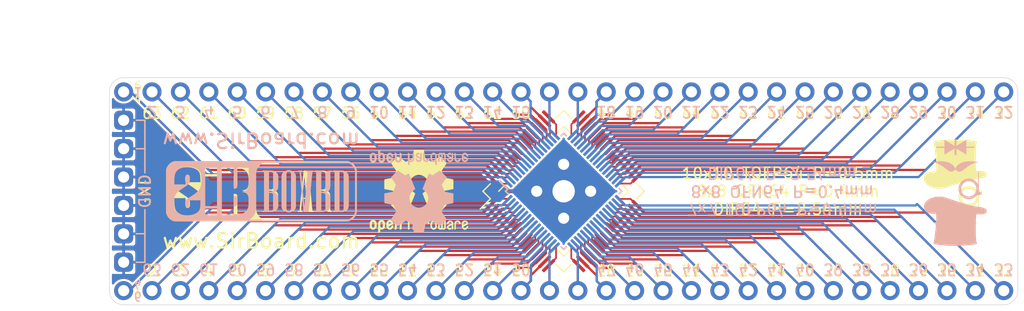
<source format=kicad_pcb>
(kicad_pcb (version 20171130) (host pcbnew "(5.1.2)-2")
  (title_block (title "TQFP64 to DIP64 Breakout Board") (date 2020-04-19) (rev 2) (company SirBoard) (comment 1 "TQFP64 P = 0.5mm") (comment 2 "TQFP64 P = 0.4mm") (comment 3 "QFN64 P = 0.4mm") (comment 4 "DIP64 P = 2.54mm"))
  (layers (0 F.Cu signal) (31 B.Cu signal) (34 B.Paste user hide) (35 F.Paste user hide) (36 B.SilkS user) (37 F.SilkS user) (38 B.Mask user) (39 F.Mask user hide) (44 Edge.Cuts user))
  (net 0 "")
  (net 1 "Net-(J1-Pad32)")
  (net 2 "Net-(J1-Pad31)")
  (net 3 "Net-(J1-Pad30)")
  (net 4 "Net-(J1-Pad29)")
  (net 5 "Net-(J1-Pad28)")
  (net 6 "Net-(J1-Pad27)")
  (net 7 "Net-(J1-Pad26)")
  (net 8 "Net-(J1-Pad25)")
  (net 9 "Net-(J1-Pad24)")
  (net 10 "Net-(J1-Pad23)")
  (net 11 "Net-(J1-Pad22)")
  (net 12 "Net-(J1-Pad21)")
  (net 13 "Net-(J1-Pad20)")
  (net 14 "Net-(J1-Pad19)")
  (net 15 "Net-(J1-Pad18)")
  (net 16 "Net-(J1-Pad17)")
  (net 17 "Net-(J1-Pad16)")
  (net 18 "Net-(J1-Pad15)")
  (net 19 "Net-(J1-Pad14)")
  (net 20 "Net-(J1-Pad13)")
  (net 21 "Net-(J1-Pad12)")
  (net 22 "Net-(J1-Pad11)")
  (net 23 "Net-(J1-Pad10)")
  (net 24 "Net-(J1-Pad9)")
  (net 25 "Net-(J1-Pad8)")
  (net 26 "Net-(J1-Pad7)")
  (net 27 "Net-(J1-Pad6)")
  (net 28 "Net-(J1-Pad5)")
  (net 29 "Net-(J1-Pad4)")
  (net 30 "Net-(J1-Pad3)")
  (net 31 "Net-(J1-Pad2)")
  (net 32 "Net-(J1-Pad1)")
  (net 33 "Net-(J2-Pad64)")
  (net 34 "Net-(J2-Pad63)")
  (net 35 "Net-(J2-Pad62)")
  (net 36 "Net-(J2-Pad61)")
  (net 37 "Net-(J2-Pad60)")
  (net 38 "Net-(J2-Pad59)")
  (net 39 "Net-(J2-Pad58)")
  (net 40 "Net-(J2-Pad57)")
  (net 41 "Net-(J2-Pad56)")
  (net 42 "Net-(J2-Pad55)")
  (net 43 "Net-(J2-Pad54)")
  (net 44 "Net-(J2-Pad53)")
  (net 45 "Net-(J2-Pad52)")
  (net 46 "Net-(J2-Pad51)")
  (net 47 "Net-(J2-Pad50)")
  (net 48 "Net-(J2-Pad49)")
  (net 49 "Net-(J2-Pad48)")
  (net 50 "Net-(J2-Pad47)")
  (net 51 "Net-(J2-Pad46)")
  (net 52 "Net-(J2-Pad45)")
  (net 53 "Net-(J2-Pad44)")
  (net 54 "Net-(J2-Pad43)")
  (net 55 "Net-(J2-Pad42)")
  (net 56 "Net-(J2-Pad41)")
  (net 57 "Net-(J2-Pad40)")
  (net 58 "Net-(J2-Pad39)")
  (net 59 "Net-(J2-Pad38)")
  (net 60 "Net-(J2-Pad37)")
  (net 61 "Net-(J2-Pad36)")
  (net 62 "Net-(J2-Pad35)")
  (net 63 "Net-(J2-Pad34)")
  (net 64 "Net-(J2-Pad33)")
  (net 65 "Net-(J6-Pad1)")
  (module Package_DFN_QFN:QFN-64-1EP_8x8mm_P0.4mm_EP6.5x6.5mm (layer F.Cu) (at 68.326 35.052 45)
    (fp_text reference J3 hide)
    (fp_text value Conn_02x32_Counter_Clockwise)
    (pad 64 smd roundrect (at -3 -3.95 45) (size 0.2 0.8) (layers F.Cu F.Paste F.Mask) (net 33 "Net-(J2-Pad64)"))
    (pad 63 smd roundrect (at -2.6 -3.95 45) (size 0.2 0.8) (layers F.Cu F.Paste F.Mask) (net 34 "Net-(J2-Pad63)"))
    (pad 62 smd roundrect (at -2.2 -3.95 45) (size 0.2 0.8) (layers F.Cu F.Paste F.Mask) (net 35 "Net-(J2-Pad62)"))
    (pad 61 smd roundrect (at -1.8 -3.95 45) (size 0.2 0.8) (layers F.Cu F.Paste F.Mask) (net 36 "Net-(J2-Pad61)"))
    (pad 60 smd roundrect (at -1.4 -3.95 45) (size 0.2 0.8) (layers F.Cu F.Paste F.Mask) (net 37 "Net-(J2-Pad60)"))
    (pad 59 smd roundrect (at -1 -3.95 45) (size 0.2 0.8) (layers F.Cu F.Paste F.Mask) (net 38 "Net-(J2-Pad59)"))
    (pad 58 smd roundrect (at -0.6 -3.95 45) (size 0.2 0.8) (layers F.Cu F.Paste F.Mask) (net 39 "Net-(J2-Pad58)"))
    (pad 57 smd roundrect (at -0.2 -3.95 45) (size 0.2 0.8) (layers F.Cu F.Paste F.Mask) (net 40 "Net-(J2-Pad57)"))
    (pad 56 smd roundrect (at 0.2 -3.95 45) (size 0.2 0.8) (layers F.Cu F.Paste F.Mask) (net 41 "Net-(J2-Pad56)"))
    (pad 55 smd roundrect (at 0.6 -3.95 45) (size 0.2 0.8) (layers F.Cu F.Paste F.Mask) (net 42 "Net-(J2-Pad55)"))
    (pad 54 smd roundrect (at 1 -3.95 45) (size 0.2 0.8) (layers F.Cu F.Paste F.Mask) (net 43 "Net-(J2-Pad54)"))
    (pad 53 smd roundrect (at 1.4 -3.95 45) (size 0.2 0.8) (layers F.Cu F.Paste F.Mask) (net 44 "Net-(J2-Pad53)"))
    (pad 52 smd roundrect (at 1.8 -3.95 45) (size 0.2 0.8) (layers F.Cu F.Paste F.Mask) (net 45 "Net-(J2-Pad52)"))
    (pad 51 smd roundrect (at 2.2 -3.95 45) (size 0.2 0.8) (layers F.Cu F.Paste F.Mask) (net 46 "Net-(J2-Pad51)"))
    (pad 50 smd roundrect (at 2.6 -3.95 45) (size 0.2 0.8) (layers F.Cu F.Paste F.Mask) (net 47 "Net-(J2-Pad50)"))
    (pad 49 smd roundrect (at 3 -3.95 45) (size 0.2 0.8) (layers F.Cu F.Paste F.Mask) (net 48 "Net-(J2-Pad49)"))
    (pad 48 smd roundrect (at 3.95 -3 45) (size 0.8 0.2) (layers F.Cu F.Paste F.Mask) (net 49 "Net-(J2-Pad48)"))
    (pad 47 smd roundrect (at 3.95 -2.6 45) (size 0.8 0.2) (layers F.Cu F.Paste F.Mask) (net 50 "Net-(J2-Pad47)"))
    (pad 46 smd roundrect (at 3.95 -2.2 45) (size 0.8 0.2) (layers F.Cu F.Paste F.Mask) (net 51 "Net-(J2-Pad46)"))
    (pad 45 smd roundrect (at 3.95 -1.8 45) (size 0.8 0.2) (layers F.Cu F.Paste F.Mask) (net 52 "Net-(J2-Pad45)"))
    (pad 44 smd roundrect (at 3.95 -1.4 45) (size 0.8 0.2) (layers F.Cu F.Paste F.Mask) (net 53 "Net-(J2-Pad44)"))
    (pad 43 smd roundrect (at 3.95 -1 45) (size 0.8 0.2) (layers F.Cu F.Paste F.Mask) (net 54 "Net-(J2-Pad43)"))
    (pad 42 smd roundrect (at 3.95 -0.6 45) (size 0.8 0.2) (layers F.Cu F.Paste F.Mask) (net 55 "Net-(J2-Pad42)"))
    (pad 41 smd roundrect (at 3.95 -0.2 45) (size 0.8 0.2) (layers F.Cu F.Paste F.Mask) (net 56 "Net-(J2-Pad41)"))
    (pad 40 smd roundrect (at 3.95 0.2 45) (size 0.8 0.2) (layers F.Cu F.Paste F.Mask) (net 57 "Net-(J2-Pad40)"))
    (pad 39 smd roundrect (at 3.95 0.6 45) (size 0.8 0.2) (layers F.Cu F.Paste F.Mask) (net 58 "Net-(J2-Pad39)"))
    (pad 38 smd roundrect (at 3.95 1 45) (size 0.8 0.2) (layers F.Cu F.Paste F.Mask) (net 59 "Net-(J2-Pad38)"))
    (pad 37 smd roundrect (at 3.95 1.4 45) (size 0.8 0.2) (layers F.Cu F.Paste F.Mask) (net 60 "Net-(J2-Pad37)"))
    (pad 36 smd roundrect (at 3.95 1.8 45) (size 0.8 0.2) (layers F.Cu F.Paste F.Mask) (net 61 "Net-(J2-Pad36)"))
    (pad 35 smd roundrect (at 3.95 2.2 45) (size 0.8 0.2) (layers F.Cu F.Paste F.Mask) (net 62 "Net-(J2-Pad35)"))
    (pad 34 smd roundrect (at 3.95 2.6 45) (size 0.8 0.2) (layers F.Cu F.Paste F.Mask) (net 63 "Net-(J2-Pad34)"))
    (pad 33 smd roundrect (at 3.95 3 45) (size 0.8 0.2) (layers F.Cu F.Paste F.Mask) (net 64 "Net-(J2-Pad33)"))
    (pad 32 smd roundrect (at 3 3.95 45) (size 0.2 0.8) (layers F.Cu F.Paste F.Mask) (net 1 "Net-(J1-Pad32)"))
    (pad 31 smd roundrect (at 2.6 3.95 45) (size 0.2 0.8) (layers F.Cu F.Paste F.Mask) (net 2 "Net-(J1-Pad31)"))
    (pad 30 smd roundrect (at 2.2 3.95 45) (size 0.2 0.8) (layers F.Cu F.Paste F.Mask) (net 3 "Net-(J1-Pad30)"))
    (pad 29 smd roundrect (at 1.8 3.95 45) (size 0.2 0.8) (layers F.Cu F.Paste F.Mask) (net 4 "Net-(J1-Pad29)"))
    (pad 28 smd roundrect (at 1.4 3.95 45) (size 0.2 0.8) (layers F.Cu F.Paste F.Mask) (net 5 "Net-(J1-Pad28)"))
    (pad 27 smd roundrect (at 1 3.95 45) (size 0.2 0.8) (layers F.Cu F.Paste F.Mask) (net 6 "Net-(J1-Pad27)"))
    (pad 26 smd roundrect (at 0.6 3.95 45) (size 0.2 0.8) (layers F.Cu F.Paste F.Mask) (net 7 "Net-(J1-Pad26)"))
    (pad 25 smd roundrect (at 0.2 3.95 45) (size 0.2 0.8) (layers F.Cu F.Paste F.Mask) (net 8 "Net-(J1-Pad25)"))
    (pad 24 smd roundrect (at -0.2 3.95 45) (size 0.2 0.8) (layers F.Cu F.Paste F.Mask) (net 9 "Net-(J1-Pad24)"))
    (pad 23 smd roundrect (at -0.6 3.95 45) (size 0.2 0.8) (layers F.Cu F.Paste F.Mask) (net 10 "Net-(J1-Pad23)"))
    (pad 22 smd roundrect (at -1 3.95 45) (size 0.2 0.8) (layers F.Cu F.Paste F.Mask) (net 11 "Net-(J1-Pad22)"))
    (pad 21 smd roundrect (at -1.4 3.95 45) (size 0.2 0.8) (layers F.Cu F.Paste F.Mask) (net 12 "Net-(J1-Pad21)"))
    (pad 20 smd roundrect (at -1.8 3.95 45) (size 0.2 0.8) (layers F.Cu F.Paste F.Mask) (net 13 "Net-(J1-Pad20)"))
    (pad 19 smd roundrect (at -2.2 3.95 45) (size 0.2 0.8) (layers F.Cu F.Paste F.Mask) (net 14 "Net-(J1-Pad19)"))
    (pad 18 smd roundrect (at -2.6 3.95 45) (size 0.2 0.8) (layers F.Cu F.Paste F.Mask) (net 15 "Net-(J1-Pad18)"))
    (pad 17 smd roundrect (at -3 3.95 45) (size 0.2 0.8) (layers F.Cu F.Paste F.Mask) (net 16 "Net-(J1-Pad17)"))
    (pad 16 smd roundrect (at -3.95 3 45) (size 0.8 0.2) (layers F.Cu F.Paste F.Mask) (net 17 "Net-(J1-Pad16)"))
    (pad 15 smd roundrect (at -3.95 2.6 45) (size 0.8 0.2) (layers F.Cu F.Paste F.Mask) (net 18 "Net-(J1-Pad15)"))
    (pad 14 smd roundrect (at -3.95 2.2 45) (size 0.8 0.2) (layers F.Cu F.Paste F.Mask) (net 19 "Net-(J1-Pad14)"))
    (pad 13 smd roundrect (at -3.95 1.8 45) (size 0.8 0.2) (layers F.Cu F.Paste F.Mask) (net 20 "Net-(J1-Pad13)"))
    (pad 12 smd roundrect (at -3.95 1.4 45) (size 0.8 0.2) (layers F.Cu F.Paste F.Mask) (net 21 "Net-(J1-Pad12)"))
    (pad 11 smd roundrect (at -3.95 1 45) (size 0.8 0.2) (layers F.Cu F.Paste F.Mask) (net 22 "Net-(J1-Pad11)"))
    (pad 10 smd roundrect (at -3.95 0.6 45) (size 0.8 0.2) (layers F.Cu F.Paste F.Mask) (net 23 "Net-(J1-Pad10)"))
    (pad 9 smd roundrect (at -3.95 0.2 45) (size 0.8 0.2) (layers F.Cu F.Paste F.Mask) (net 24 "Net-(J1-Pad9)"))
    (pad 8 smd roundrect (at -3.95 -0.2 45) (size 0.8 0.2) (layers F.Cu F.Paste F.Mask) (net 25 "Net-(J1-Pad8)"))
    (pad 7 smd roundrect (at -3.95 -0.6 45) (size 0.8 0.2) (layers F.Cu F.Paste F.Mask) (net 26 "Net-(J1-Pad7)"))
    (pad 6 smd roundrect (at -3.95 -1 45) (size 0.8 0.2) (layers F.Cu F.Paste F.Mask) (net 27 "Net-(J1-Pad6)"))
    (pad 5 smd roundrect (at -3.95 -1.4 45) (size 0.8 0.2) (layers F.Cu F.Paste F.Mask) (net 28 "Net-(J1-Pad5)"))
    (pad 4 smd roundrect (at -3.95 -1.8 45) (size 0.8 0.2) (layers F.Cu F.Paste F.Mask) (net 29 "Net-(J1-Pad4)"))
    (pad 3 smd roundrect (at -3.95 -2.2 45) (size 0.8 0.2) (layers F.Cu F.Paste F.Mask) (net 30 "Net-(J1-Pad3)"))
    (pad 2 smd roundrect (at -3.95 -2.6 45) (size 0.8 0.2) (layers F.Cu F.Paste F.Mask) (net 31 "Net-(J1-Pad2)"))
    (pad 1 smd roundrect (at -3.95 -3 45) (size 0.8 0.2) (layers F.Cu F.Paste F.Mask) (net 32 "Net-(J1-Pad1)"))
    (pad 65 smd roundrect (at 0 0 45) (size 6.5 6.5) (layers F.Cu F.Mask) (roundrect_rratio 0.038) (net 65 "Net-(J6-Pad1)"))
  )
  (module logo:logo94x134 (layer B.Cu) (at 103.378 35.179)
    (fp_text reference G*** hide)
    (fp_text value LOGO hide)
  )
  (module Symbol:OSHW-Logo2_9.8x8mm_SilkScreen (layer B.Cu) (at 55.372 35.052)
    (fp_text reference REF** hide)
    (fp_text value OSHW-Logo2_9.8x8mm_SilkScreen hide)
  )
  (module logo:SirBoard171x54 (layer B.Cu) (at 41.275 35.052)
    (fp_text reference G*** hide)
    (fp_text value LOGO hide)
  )
  (module logo:logo94x134 (layer F.Cu) (at 103.378 35.179)
    (fp_text reference G*** hide)
    (fp_text value LOGO hide)
  )
  (module logo:SirBoard171x54 (layer F.Cu) (at 41.275 35.052)
    (fp_text reference G*** hide)
    (fp_text value LOGO hide)
  )
  (module Connector_PinHeader_2.54mm:PinHeader_1x32_P2.54mm_Vertical (layer B.Cu) (at 28.956 26.162 270)
    (fp_text reference J5 hide)
    (fp_text value Conn_01x32)
    (pad 32 thru_hole oval (at 0 -78.74 270) (size 1.7 1.7) (drill 1) (layers *.Cu *.Mask) (net 64 "Net-(J2-Pad33)"))
    (pad 31 thru_hole oval (at 0 -76.2 270) (size 1.7 1.7) (drill 1) (layers *.Cu *.Mask) (net 63 "Net-(J2-Pad34)"))
    (pad 30 thru_hole oval (at 0 -73.66 270) (size 1.7 1.7) (drill 1) (layers *.Cu *.Mask) (net 62 "Net-(J2-Pad35)"))
    (pad 29 thru_hole oval (at 0 -71.12 270) (size 1.7 1.7) (drill 1) (layers *.Cu *.Mask) (net 61 "Net-(J2-Pad36)"))
    (pad 28 thru_hole oval (at 0 -68.58 270) (size 1.7 1.7) (drill 1) (layers *.Cu *.Mask) (net 60 "Net-(J2-Pad37)"))
    (pad 27 thru_hole oval (at 0 -66.04 270) (size 1.7 1.7) (drill 1) (layers *.Cu *.Mask) (net 59 "Net-(J2-Pad38)"))
    (pad 26 thru_hole oval (at 0 -63.5 270) (size 1.7 1.7) (drill 1) (layers *.Cu *.Mask) (net 58 "Net-(J2-Pad39)"))
    (pad 25 thru_hole oval (at 0 -60.96 270) (size 1.7 1.7) (drill 1) (layers *.Cu *.Mask) (net 57 "Net-(J2-Pad40)"))
    (pad 24 thru_hole oval (at 0 -58.42 270) (size 1.7 1.7) (drill 1) (layers *.Cu *.Mask) (net 56 "Net-(J2-Pad41)"))
    (pad 23 thru_hole oval (at 0 -55.88 270) (size 1.7 1.7) (drill 1) (layers *.Cu *.Mask) (net 55 "Net-(J2-Pad42)"))
    (pad 22 thru_hole oval (at 0 -53.34 270) (size 1.7 1.7) (drill 1) (layers *.Cu *.Mask) (net 54 "Net-(J2-Pad43)"))
    (pad 21 thru_hole oval (at 0 -50.8 270) (size 1.7 1.7) (drill 1) (layers *.Cu *.Mask) (net 53 "Net-(J2-Pad44)"))
    (pad 20 thru_hole oval (at 0 -48.26 270) (size 1.7 1.7) (drill 1) (layers *.Cu *.Mask) (net 52 "Net-(J2-Pad45)"))
    (pad 19 thru_hole oval (at 0 -45.72 270) (size 1.7 1.7) (drill 1) (layers *.Cu *.Mask) (net 51 "Net-(J2-Pad46)"))
    (pad 18 thru_hole oval (at 0 -43.18 270) (size 1.7 1.7) (drill 1) (layers *.Cu *.Mask) (net 50 "Net-(J2-Pad47)"))
    (pad 17 thru_hole oval (at 0 -40.64 270) (size 1.7 1.7) (drill 1) (layers *.Cu *.Mask) (net 49 "Net-(J2-Pad48)"))
    (pad 16 thru_hole oval (at 0 -38.1 270) (size 1.7 1.7) (drill 1) (layers *.Cu *.Mask) (net 48 "Net-(J2-Pad49)"))
    (pad 15 thru_hole oval (at 0 -35.56 270) (size 1.7 1.7) (drill 1) (layers *.Cu *.Mask) (net 47 "Net-(J2-Pad50)"))
    (pad 14 thru_hole oval (at 0 -33.02 270) (size 1.7 1.7) (drill 1) (layers *.Cu *.Mask) (net 46 "Net-(J2-Pad51)"))
    (pad 13 thru_hole oval (at 0 -30.48 270) (size 1.7 1.7) (drill 1) (layers *.Cu *.Mask) (net 45 "Net-(J2-Pad52)"))
    (pad 12 thru_hole oval (at 0 -27.94 270) (size 1.7 1.7) (drill 1) (layers *.Cu *.Mask) (net 44 "Net-(J2-Pad53)"))
    (pad 11 thru_hole oval (at 0 -25.4 270) (size 1.7 1.7) (drill 1) (layers *.Cu *.Mask) (net 43 "Net-(J2-Pad54)"))
    (pad 10 thru_hole oval (at 0 -22.86 270) (size 1.7 1.7) (drill 1) (layers *.Cu *.Mask) (net 42 "Net-(J2-Pad55)"))
    (pad 9 thru_hole oval (at 0 -20.32 270) (size 1.7 1.7) (drill 1) (layers *.Cu *.Mask) (net 41 "Net-(J2-Pad56)"))
    (pad 8 thru_hole oval (at 0 -17.78 270) (size 1.7 1.7) (drill 1) (layers *.Cu *.Mask) (net 40 "Net-(J2-Pad57)"))
    (pad 7 thru_hole oval (at 0 -15.24 270) (size 1.7 1.7) (drill 1) (layers *.Cu *.Mask) (net 39 "Net-(J2-Pad58)"))
    (pad 6 thru_hole oval (at 0 -12.7 270) (size 1.7 1.7) (drill 1) (layers *.Cu *.Mask) (net 38 "Net-(J2-Pad59)"))
    (pad 5 thru_hole oval (at 0 -10.16 270) (size 1.7 1.7) (drill 1) (layers *.Cu *.Mask) (net 37 "Net-(J2-Pad60)"))
    (pad 4 thru_hole oval (at 0 -7.62 270) (size 1.7 1.7) (drill 1) (layers *.Cu *.Mask) (net 36 "Net-(J2-Pad61)"))
    (pad 3 thru_hole oval (at 0 -5.08 270) (size 1.7 1.7) (drill 1) (layers *.Cu *.Mask) (net 35 "Net-(J2-Pad62)"))
    (pad 2 thru_hole oval (at 0 -2.54 270) (size 1.7 1.7) (drill 1) (layers *.Cu *.Mask) (net 34 "Net-(J2-Pad63)"))
    (pad 1 thru_hole circle (at 0 0 270) (size 1.7 1.7) (drill 1) (layers *.Cu *.Mask) (net 33 "Net-(J2-Pad64)"))
  )
  (module Symbol:OSHW-Logo2_9.8x8mm_SilkScreen (layer F.Cu) (at 55.372 35.052)
    (fp_text reference REF** hide)
    (fp_text value OSHW-Logo2_9.8x8mm_SilkScreen hide)
  )
  (module Package_QFP:TQFP-64_7x7mm_P0.4mm (layer B.Cu) (at 68.326 35.052 315)
    (fp_text reference J4 hide)
    (fp_text value Conn_02x32_Counter_Clockwise)
    (pad 64 smd rect (at -3 4.115 225) (size 1.13 0.25) (layers B.Cu B.Paste B.Mask) (net 32 "Net-(J1-Pad1)"))
    (pad 63 smd rect (at -2.6 4.115 225) (size 1.13 0.25) (layers B.Cu B.Paste B.Mask) (net 31 "Net-(J1-Pad2)"))
    (pad 62 smd rect (at -2.2 4.115 225) (size 1.13 0.25) (layers B.Cu B.Paste B.Mask) (net 30 "Net-(J1-Pad3)"))
    (pad 61 smd rect (at -1.8 4.115 225) (size 1.13 0.25) (layers B.Cu B.Paste B.Mask) (net 29 "Net-(J1-Pad4)"))
    (pad 60 smd rect (at -1.4 4.115 225) (size 1.13 0.25) (layers B.Cu B.Paste B.Mask) (net 28 "Net-(J1-Pad5)"))
    (pad 59 smd rect (at -1 4.115 225) (size 1.13 0.25) (layers B.Cu B.Paste B.Mask) (net 27 "Net-(J1-Pad6)"))
    (pad 58 smd rect (at -0.6 4.115 225) (size 1.13 0.25) (layers B.Cu B.Paste B.Mask) (net 26 "Net-(J1-Pad7)"))
    (pad 57 smd rect (at -0.2 4.115 225) (size 1.13 0.25) (layers B.Cu B.Paste B.Mask) (net 25 "Net-(J1-Pad8)"))
    (pad 56 smd rect (at 0.2 4.115 225) (size 1.13 0.25) (layers B.Cu B.Paste B.Mask) (net 24 "Net-(J1-Pad9)"))
    (pad 55 smd rect (at 0.6 4.115 225) (size 1.13 0.25) (layers B.Cu B.Paste B.Mask) (net 23 "Net-(J1-Pad10)"))
    (pad 54 smd rect (at 1 4.115 225) (size 1.13 0.25) (layers B.Cu B.Paste B.Mask) (net 22 "Net-(J1-Pad11)"))
    (pad 53 smd rect (at 1.4 4.115 225) (size 1.13 0.25) (layers B.Cu B.Paste B.Mask) (net 21 "Net-(J1-Pad12)"))
    (pad 52 smd rect (at 1.8 4.115 225) (size 1.13 0.25) (layers B.Cu B.Paste B.Mask) (net 20 "Net-(J1-Pad13)"))
    (pad 51 smd rect (at 2.2 4.115 225) (size 1.13 0.25) (layers B.Cu B.Paste B.Mask) (net 19 "Net-(J1-Pad14)"))
    (pad 50 smd rect (at 2.6 4.115 225) (size 1.13 0.25) (layers B.Cu B.Paste B.Mask) (net 18 "Net-(J1-Pad15)"))
    (pad 49 smd rect (at 3 4.115 225) (size 1.13 0.25) (layers B.Cu B.Paste B.Mask) (net 17 "Net-(J1-Pad16)"))
    (pad 48 smd rect (at 4.115 3 315) (size 1.13 0.25) (layers B.Cu B.Paste B.Mask) (net 16 "Net-(J1-Pad17)"))
    (pad 47 smd rect (at 4.115 2.6 315) (size 1.13 0.25) (layers B.Cu B.Paste B.Mask) (net 15 "Net-(J1-Pad18)"))
    (pad 46 smd rect (at 4.115 2.2 315) (size 1.13 0.25) (layers B.Cu B.Paste B.Mask) (net 14 "Net-(J1-Pad19)"))
    (pad 45 smd rect (at 4.115 1.8 315) (size 1.13 0.25) (layers B.Cu B.Paste B.Mask) (net 13 "Net-(J1-Pad20)"))
    (pad 44 smd rect (at 4.115 1.4 315) (size 1.13 0.25) (layers B.Cu B.Paste B.Mask) (net 12 "Net-(J1-Pad21)"))
    (pad 43 smd rect (at 4.115 1 315) (size 1.13 0.25) (layers B.Cu B.Paste B.Mask) (net 11 "Net-(J1-Pad22)"))
    (pad 42 smd rect (at 4.115 0.6 315) (size 1.13 0.25) (layers B.Cu B.Paste B.Mask) (net 10 "Net-(J1-Pad23)"))
    (pad 41 smd rect (at 4.115 0.2 315) (size 1.13 0.25) (layers B.Cu B.Paste B.Mask) (net 9 "Net-(J1-Pad24)"))
    (pad 40 smd rect (at 4.115 -0.2 315) (size 1.13 0.25) (layers B.Cu B.Paste B.Mask) (net 8 "Net-(J1-Pad25)"))
    (pad 39 smd rect (at 4.115 -0.6 315) (size 1.13 0.25) (layers B.Cu B.Paste B.Mask) (net 7 "Net-(J1-Pad26)"))
    (pad 38 smd rect (at 4.115 -1 315) (size 1.13 0.25) (layers B.Cu B.Paste B.Mask) (net 6 "Net-(J1-Pad27)"))
    (pad 37 smd rect (at 4.115 -1.4 315) (size 1.13 0.25) (layers B.Cu B.Paste B.Mask) (net 5 "Net-(J1-Pad28)"))
    (pad 36 smd rect (at 4.115 -1.8 315) (size 1.13 0.25) (layers B.Cu B.Paste B.Mask) (net 4 "Net-(J1-Pad29)"))
    (pad 35 smd rect (at 4.115 -2.2 315) (size 1.13 0.25) (layers B.Cu B.Paste B.Mask) (net 3 "Net-(J1-Pad30)"))
    (pad 34 smd rect (at 4.115 -2.6 315) (size 1.13 0.25) (layers B.Cu B.Paste B.Mask) (net 2 "Net-(J1-Pad31)"))
    (pad 33 smd rect (at 4.115 -3 315) (size 1.13 0.25) (layers B.Cu B.Paste B.Mask) (net 1 "Net-(J1-Pad32)"))
    (pad 32 smd rect (at 3 -4.115 225) (size 1.13 0.25) (layers B.Cu B.Paste B.Mask) (net 64 "Net-(J2-Pad33)"))
    (pad 31 smd rect (at 2.6 -4.115 225) (size 1.13 0.25) (layers B.Cu B.Paste B.Mask) (net 63 "Net-(J2-Pad34)"))
    (pad 30 smd rect (at 2.2 -4.115 225) (size 1.13 0.25) (layers B.Cu B.Paste B.Mask) (net 62 "Net-(J2-Pad35)"))
    (pad 29 smd rect (at 1.8 -4.115 225) (size 1.13 0.25) (layers B.Cu B.Paste B.Mask) (net 61 "Net-(J2-Pad36)"))
    (pad 28 smd rect (at 1.4 -4.115 225) (size 1.13 0.25) (layers B.Cu B.Paste B.Mask) (net 60 "Net-(J2-Pad37)"))
    (pad 27 smd rect (at 1 -4.115 225) (size 1.13 0.25) (layers B.Cu B.Paste B.Mask) (net 59 "Net-(J2-Pad38)"))
    (pad 26 smd rect (at 0.6 -4.115 225) (size 1.13 0.25) (layers B.Cu B.Paste B.Mask) (net 58 "Net-(J2-Pad39)"))
    (pad 25 smd rect (at 0.2 -4.115 225) (size 1.13 0.25) (layers B.Cu B.Paste B.Mask) (net 57 "Net-(J2-Pad40)"))
    (pad 24 smd rect (at -0.2 -4.115 225) (size 1.13 0.25) (layers B.Cu B.Paste B.Mask) (net 56 "Net-(J2-Pad41)"))
    (pad 23 smd rect (at -0.6 -4.115 225) (size 1.13 0.25) (layers B.Cu B.Paste B.Mask) (net 55 "Net-(J2-Pad42)"))
    (pad 22 smd rect (at -1 -4.115 225) (size 1.13 0.25) (layers B.Cu B.Paste B.Mask) (net 54 "Net-(J2-Pad43)"))
    (pad 21 smd rect (at -1.4 -4.115 225) (size 1.13 0.25) (layers B.Cu B.Paste B.Mask) (net 53 "Net-(J2-Pad44)"))
    (pad 20 smd rect (at -1.8 -4.115 225) (size 1.13 0.25) (layers B.Cu B.Paste B.Mask) (net 52 "Net-(J2-Pad45)"))
    (pad 19 smd rect (at -2.2 -4.115 225) (size 1.13 0.25) (layers B.Cu B.Paste B.Mask) (net 51 "Net-(J2-Pad46)"))
    (pad 18 smd rect (at -2.6 -4.115 225) (size 1.13 0.25) (layers B.Cu B.Paste B.Mask) (net 50 "Net-(J2-Pad47)"))
    (pad 17 smd rect (at -3 -4.115 225) (size 1.13 0.25) (layers B.Cu B.Paste B.Mask) (net 49 "Net-(J2-Pad48)"))
    (pad 16 smd rect (at -4.115 -3 315) (size 1.13 0.25) (layers B.Cu B.Paste B.Mask) (net 48 "Net-(J2-Pad49)"))
    (pad 15 smd rect (at -4.115 -2.6 315) (size 1.13 0.25) (layers B.Cu B.Paste B.Mask) (net 47 "Net-(J2-Pad50)"))
    (pad 14 smd rect (at -4.115 -2.2 315) (size 1.13 0.25) (layers B.Cu B.Paste B.Mask) (net 46 "Net-(J2-Pad51)"))
    (pad 13 smd rect (at -4.115 -1.8 315) (size 1.13 0.25) (layers B.Cu B.Paste B.Mask) (net 45 "Net-(J2-Pad52)"))
    (pad 12 smd rect (at -4.115 -1.4 315) (size 1.13 0.25) (layers B.Cu B.Paste B.Mask) (net 44 "Net-(J2-Pad53)"))
    (pad 11 smd rect (at -4.115 -1 315) (size 1.13 0.25) (layers B.Cu B.Paste B.Mask) (net 43 "Net-(J2-Pad54)"))
    (pad 10 smd rect (at -4.115 -0.6 315) (size 1.13 0.25) (layers B.Cu B.Paste B.Mask) (net 42 "Net-(J2-Pad55)"))
    (pad 9 smd rect (at -4.115 -0.2 315) (size 1.13 0.25) (layers B.Cu B.Paste B.Mask) (net 41 "Net-(J2-Pad56)"))
    (pad 8 smd rect (at -4.115 0.2 315) (size 1.13 0.25) (layers B.Cu B.Paste B.Mask) (net 40 "Net-(J2-Pad57)"))
    (pad 7 smd rect (at -4.115 0.6 315) (size 1.13 0.25) (layers B.Cu B.Paste B.Mask) (net 39 "Net-(J2-Pad58)"))
    (pad 6 smd rect (at -4.115 1 315) (size 1.13 0.25) (layers B.Cu B.Paste B.Mask) (net 38 "Net-(J2-Pad59)"))
    (pad 5 smd rect (at -4.115 1.4 315) (size 1.13 0.25) (layers B.Cu B.Paste B.Mask) (net 37 "Net-(J2-Pad60)"))
    (pad 4 smd rect (at -4.115 1.8 315) (size 1.13 0.25) (layers B.Cu B.Paste B.Mask) (net 36 "Net-(J2-Pad61)"))
    (pad 3 smd rect (at -4.115 2.2 315) (size 1.13 0.25) (layers B.Cu B.Paste B.Mask) (net 35 "Net-(J2-Pad62)"))
    (pad 2 smd rect (at -4.115 2.6 315) (size 1.13 0.25) (layers B.Cu B.Paste B.Mask) (net 34 "Net-(J2-Pad63)"))
    (pad 1 smd rect (at -4.115 3 315) (size 1.13 0.25) (layers B.Cu B.Paste B.Mask) (net 33 "Net-(J2-Pad64)"))
  )
  (module Package_QFP:TQFP-64_10x10mm_P0.5mm (layer F.Cu) (at 68.326 35.052 45)
    (fp_text reference J2 hide)
    (fp_text value Conn_02x32_Counter_Clockwise)
    (pad 64 smd roundrect (at -3.75 -5.6625 45) (size 0.3 1.475) (layers F.Cu F.Paste F.Mask) (net 33 "Net-(J2-Pad64)"))
    (pad 63 smd roundrect (at -3.25 -5.6625 45) (size 0.3 1.475) (layers F.Cu F.Paste F.Mask) (net 34 "Net-(J2-Pad63)"))
    (pad 62 smd roundrect (at -2.75 -5.6625 45) (size 0.3 1.475) (layers F.Cu F.Paste F.Mask) (net 35 "Net-(J2-Pad62)"))
    (pad 61 smd roundrect (at -2.25 -5.6625 45) (size 0.3 1.475) (layers F.Cu F.Paste F.Mask) (net 36 "Net-(J2-Pad61)"))
    (pad 60 smd roundrect (at -1.75 -5.6625 45) (size 0.3 1.475) (layers F.Cu F.Paste F.Mask) (net 37 "Net-(J2-Pad60)"))
    (pad 59 smd roundrect (at -1.25 -5.6625 45) (size 0.3 1.475) (layers F.Cu F.Paste F.Mask) (net 38 "Net-(J2-Pad59)"))
    (pad 58 smd roundrect (at -0.75 -5.6625 45) (size 0.3 1.475) (layers F.Cu F.Paste F.Mask) (net 39 "Net-(J2-Pad58)"))
    (pad 57 smd roundrect (at -0.25 -5.6625 45) (size 0.3 1.475) (layers F.Cu F.Paste F.Mask) (net 40 "Net-(J2-Pad57)"))
    (pad 56 smd roundrect (at 0.25 -5.6625 45) (size 0.3 1.475) (layers F.Cu F.Paste F.Mask) (net 41 "Net-(J2-Pad56)"))
    (pad 55 smd roundrect (at 0.75 -5.6625 45) (size 0.3 1.475) (layers F.Cu F.Paste F.Mask) (net 42 "Net-(J2-Pad55)"))
    (pad 54 smd roundrect (at 1.25 -5.6625 45) (size 0.3 1.475) (layers F.Cu F.Paste F.Mask) (net 43 "Net-(J2-Pad54)"))
    (pad 53 smd roundrect (at 1.75 -5.6625 45) (size 0.3 1.475) (layers F.Cu F.Paste F.Mask) (net 44 "Net-(J2-Pad53)"))
    (pad 52 smd roundrect (at 2.25 -5.6625 45) (size 0.3 1.475) (layers F.Cu F.Paste F.Mask) (net 45 "Net-(J2-Pad52)"))
    (pad 51 smd roundrect (at 2.75 -5.6625 45) (size 0.3 1.475) (layers F.Cu F.Paste F.Mask) (net 46 "Net-(J2-Pad51)"))
    (pad 50 smd roundrect (at 3.25 -5.6625 45) (size 0.3 1.475) (layers F.Cu F.Paste F.Mask) (net 47 "Net-(J2-Pad50)"))
    (pad 49 smd roundrect (at 3.75 -5.6625 45) (size 0.3 1.475) (layers F.Cu F.Paste F.Mask) (net 48 "Net-(J2-Pad49)"))
    (pad 48 smd roundrect (at 5.6625 -3.75 45) (size 1.475 0.3) (layers F.Cu F.Paste F.Mask) (net 49 "Net-(J2-Pad48)"))
    (pad 47 smd roundrect (at 5.6625 -3.25 45) (size 1.475 0.3) (layers F.Cu F.Paste F.Mask) (net 50 "Net-(J2-Pad47)"))
    (pad 46 smd roundrect (at 5.6625 -2.75 45) (size 1.475 0.3) (layers F.Cu F.Paste F.Mask) (net 51 "Net-(J2-Pad46)"))
    (pad 45 smd roundrect (at 5.6625 -2.25 45) (size 1.475 0.3) (layers F.Cu F.Paste F.Mask) (net 52 "Net-(J2-Pad45)"))
    (pad 44 smd roundrect (at 5.6625 -1.75 45) (size 1.475 0.3) (layers F.Cu F.Paste F.Mask) (net 53 "Net-(J2-Pad44)"))
    (pad 43 smd roundrect (at 5.6625 -1.25 45) (size 1.475 0.3) (layers F.Cu F.Paste F.Mask) (net 54 "Net-(J2-Pad43)"))
    (pad 42 smd roundrect (at 5.6625 -0.75 45) (size 1.475 0.3) (layers F.Cu F.Paste F.Mask) (net 55 "Net-(J2-Pad42)"))
    (pad 41 smd roundrect (at 5.6625 -0.25 45) (size 1.475 0.3) (layers F.Cu F.Paste F.Mask) (net 56 "Net-(J2-Pad41)"))
    (pad 40 smd roundrect (at 5.6625 0.25 45) (size 1.475 0.3) (layers F.Cu F.Paste F.Mask) (net 57 "Net-(J2-Pad40)"))
    (pad 39 smd roundrect (at 5.6625 0.75 45) (size 1.475 0.3) (layers F.Cu F.Paste F.Mask) (net 58 "Net-(J2-Pad39)"))
    (pad 38 smd roundrect (at 5.6625 1.25 45) (size 1.475 0.3) (layers F.Cu F.Paste F.Mask) (net 59 "Net-(J2-Pad38)"))
    (pad 37 smd roundrect (at 5.6625 1.75 45) (size 1.475 0.3) (layers F.Cu F.Paste F.Mask) (net 60 "Net-(J2-Pad37)"))
    (pad 36 smd roundrect (at 5.6625 2.25 45) (size 1.475 0.3) (layers F.Cu F.Paste F.Mask) (net 61 "Net-(J2-Pad36)"))
    (pad 35 smd roundrect (at 5.6625 2.75 45) (size 1.475 0.3) (layers F.Cu F.Paste F.Mask) (net 62 "Net-(J2-Pad35)"))
    (pad 34 smd roundrect (at 5.6625 3.25 45) (size 1.475 0.3) (layers F.Cu F.Paste F.Mask) (net 63 "Net-(J2-Pad34)"))
    (pad 33 smd roundrect (at 5.6625 3.75 45) (size 1.475 0.3) (layers F.Cu F.Paste F.Mask) (net 64 "Net-(J2-Pad33)"))
    (pad 32 smd roundrect (at 3.75 5.6625 45) (size 0.3 1.475) (layers F.Cu F.Paste F.Mask) (net 1 "Net-(J1-Pad32)"))
    (pad 31 smd roundrect (at 3.25 5.6625 45) (size 0.3 1.475) (layers F.Cu F.Paste F.Mask) (net 2 "Net-(J1-Pad31)"))
    (pad 30 smd roundrect (at 2.75 5.6625 45) (size 0.3 1.475) (layers F.Cu F.Paste F.Mask) (net 3 "Net-(J1-Pad30)"))
    (pad 29 smd roundrect (at 2.25 5.6625 45) (size 0.3 1.475) (layers F.Cu F.Paste F.Mask) (net 4 "Net-(J1-Pad29)"))
    (pad 28 smd roundrect (at 1.75 5.6625 45) (size 0.3 1.475) (layers F.Cu F.Paste F.Mask) (net 5 "Net-(J1-Pad28)"))
    (pad 27 smd roundrect (at 1.25 5.6625 45) (size 0.3 1.475) (layers F.Cu F.Paste F.Mask) (net 6 "Net-(J1-Pad27)"))
    (pad 26 smd roundrect (at 0.75 5.6625 45) (size 0.3 1.475) (layers F.Cu F.Paste F.Mask) (net 7 "Net-(J1-Pad26)"))
    (pad 25 smd roundrect (at 0.25 5.6625 45) (size 0.3 1.475) (layers F.Cu F.Paste F.Mask) (net 8 "Net-(J1-Pad25)"))
    (pad 24 smd roundrect (at -0.25 5.6625 45) (size 0.3 1.475) (layers F.Cu F.Paste F.Mask) (net 9 "Net-(J1-Pad24)"))
    (pad 23 smd roundrect (at -0.75 5.6625 45) (size 0.3 1.475) (layers F.Cu F.Paste F.Mask) (net 10 "Net-(J1-Pad23)"))
    (pad 22 smd roundrect (at -1.25 5.6625 45) (size 0.3 1.475) (layers F.Cu F.Paste F.Mask) (net 11 "Net-(J1-Pad22)"))
    (pad 21 smd roundrect (at -1.75 5.6625 45) (size 0.3 1.475) (layers F.Cu F.Paste F.Mask) (net 12 "Net-(J1-Pad21)"))
    (pad 20 smd roundrect (at -2.25 5.6625 45) (size 0.3 1.475) (layers F.Cu F.Paste F.Mask) (net 13 "Net-(J1-Pad20)"))
    (pad 19 smd roundrect (at -2.75 5.6625 45) (size 0.3 1.475) (layers F.Cu F.Paste F.Mask) (net 14 "Net-(J1-Pad19)"))
    (pad 18 smd roundrect (at -3.25 5.6625 45) (size 0.3 1.475) (layers F.Cu F.Paste F.Mask) (net 15 "Net-(J1-Pad18)"))
    (pad 17 smd roundrect (at -3.75 5.6625 45) (size 0.3 1.475) (layers F.Cu F.Paste F.Mask) (net 16 "Net-(J1-Pad17)"))
    (pad 16 smd roundrect (at -5.6625 3.75 45) (size 1.475 0.3) (layers F.Cu F.Paste F.Mask) (net 17 "Net-(J1-Pad16)"))
    (pad 15 smd roundrect (at -5.6625 3.25 45) (size 1.475 0.3) (layers F.Cu F.Paste F.Mask) (net 18 "Net-(J1-Pad15)"))
    (pad 14 smd roundrect (at -5.6625 2.75 45) (size 1.475 0.3) (layers F.Cu F.Paste F.Mask) (net 19 "Net-(J1-Pad14)"))
    (pad 13 smd roundrect (at -5.6625 2.25 45) (size 1.475 0.3) (layers F.Cu F.Paste F.Mask) (net 20 "Net-(J1-Pad13)"))
    (pad 12 smd roundrect (at -5.6625 1.75 45) (size 1.475 0.3) (layers F.Cu F.Paste F.Mask) (net 21 "Net-(J1-Pad12)"))
    (pad 11 smd roundrect (at -5.6625 1.25 45) (size 1.475 0.3) (layers F.Cu F.Paste F.Mask) (net 22 "Net-(J1-Pad11)"))
    (pad 10 smd roundrect (at -5.6625 0.75 45) (size 1.475 0.3) (layers F.Cu F.Paste F.Mask) (net 23 "Net-(J1-Pad10)"))
    (pad 9 smd roundrect (at -5.6625 0.25 45) (size 1.475 0.3) (layers F.Cu F.Paste F.Mask) (net 24 "Net-(J1-Pad9)"))
    (pad 8 smd roundrect (at -5.6625 -0.25 45) (size 1.475 0.3) (layers F.Cu F.Paste F.Mask) (net 25 "Net-(J1-Pad8)"))
    (pad 7 smd roundrect (at -5.6625 -0.75 45) (size 1.475 0.3) (layers F.Cu F.Paste F.Mask) (net 26 "Net-(J1-Pad7)"))
    (pad 6 smd roundrect (at -5.6625 -1.25 45) (size 1.475 0.3) (layers F.Cu F.Paste F.Mask) (net 27 "Net-(J1-Pad6)"))
    (pad 5 smd roundrect (at -5.6625 -1.75 45) (size 1.475 0.3) (layers F.Cu F.Paste F.Mask) (net 28 "Net-(J1-Pad5)"))
    (pad 4 smd roundrect (at -5.6625 -2.25 45) (size 1.475 0.3) (layers F.Cu F.Paste F.Mask) (net 29 "Net-(J1-Pad4)"))
    (pad 3 smd roundrect (at -5.6625 -2.75 45) (size 1.475 0.3) (layers F.Cu F.Paste F.Mask) (net 30 "Net-(J1-Pad3)"))
    (pad 2 smd roundrect (at -5.6625 -3.25 45) (size 1.475 0.3) (layers F.Cu F.Paste F.Mask) (net 31 "Net-(J1-Pad2)"))
    (pad 1 smd roundrect (at -5.6625 -3.75 45) (size 1.475 0.3) (layers F.Cu F.Paste F.Mask) (net 32 "Net-(J1-Pad1)"))
  )
  (module Connector_PinHeader_2.54mm:PinHeader_1x06_P2.54mm_Vertical (layer B.Cu) (at 28.956 41.402)
    (fp_text reference J6 hide)
    (fp_text value Conn_01x06)
    (pad 6 thru_hole roundrect (at 0 -12.7) (size 1.7 1.7) (drill 1) (layers *.Cu *.Mask) (net 65 "Net-(J6-Pad1)"))
    (pad 5 thru_hole roundrect (at 0 -10.16) (size 1.7 1.7) (drill 1) (layers *.Cu *.Mask) (net 65 "Net-(J6-Pad1)"))
    (pad 4 thru_hole roundrect (at 0 -7.62) (size 1.7 1.7) (drill 1) (layers *.Cu *.Mask) (net 65 "Net-(J6-Pad1)"))
    (pad 3 thru_hole roundrect (at 0 -5.08) (size 1.7 1.7) (drill 1) (layers *.Cu *.Mask) (net 65 "Net-(J6-Pad1)"))
    (pad 2 thru_hole roundrect (at 0 -2.54) (size 1.7 1.7) (drill 1) (layers *.Cu *.Mask) (net 65 "Net-(J6-Pad1)"))
    (pad 1 thru_hole roundrect (at 0 0) (size 1.7 1.7) (drill 1) (layers *.Cu *.Mask) (net 65 "Net-(J6-Pad1)"))
  )
  (module Connector_PinHeader_2.54mm:PinHeader_1x32_P2.54mm_Vertical (layer B.Cu) (at 28.956 43.942 270)
    (fp_text reference J1 hide)
    (fp_text value Conn_01x32)
    (pad 32 thru_hole oval (at 0 -78.74 270) (size 1.7 1.7) (drill 1) (layers *.Cu *.Mask) (net 1 "Net-(J1-Pad32)"))
    (pad 31 thru_hole oval (at 0 -76.2 270) (size 1.7 1.7) (drill 1) (layers *.Cu *.Mask) (net 2 "Net-(J1-Pad31)"))
    (pad 30 thru_hole oval (at 0 -73.66 270) (size 1.7 1.7) (drill 1) (layers *.Cu *.Mask) (net 3 "Net-(J1-Pad30)"))
    (pad 29 thru_hole oval (at 0 -71.12 270) (size 1.7 1.7) (drill 1) (layers *.Cu *.Mask) (net 4 "Net-(J1-Pad29)"))
    (pad 28 thru_hole oval (at 0 -68.58 270) (size 1.7 1.7) (drill 1) (layers *.Cu *.Mask) (net 5 "Net-(J1-Pad28)"))
    (pad 27 thru_hole oval (at 0 -66.04 270) (size 1.7 1.7) (drill 1) (layers *.Cu *.Mask) (net 6 "Net-(J1-Pad27)"))
    (pad 26 thru_hole oval (at 0 -63.5 270) (size 1.7 1.7) (drill 1) (layers *.Cu *.Mask) (net 7 "Net-(J1-Pad26)"))
    (pad 25 thru_hole oval (at 0 -60.96 270) (size 1.7 1.7) (drill 1) (layers *.Cu *.Mask) (net 8 "Net-(J1-Pad25)"))
    (pad 24 thru_hole oval (at 0 -58.42 270) (size 1.7 1.7) (drill 1) (layers *.Cu *.Mask) (net 9 "Net-(J1-Pad24)"))
    (pad 23 thru_hole oval (at 0 -55.88 270) (size 1.7 1.7) (drill 1) (layers *.Cu *.Mask) (net 10 "Net-(J1-Pad23)"))
    (pad 22 thru_hole oval (at 0 -53.34 270) (size 1.7 1.7) (drill 1) (layers *.Cu *.Mask) (net 11 "Net-(J1-Pad22)"))
    (pad 21 thru_hole oval (at 0 -50.8 270) (size 1.7 1.7) (drill 1) (layers *.Cu *.Mask) (net 12 "Net-(J1-Pad21)"))
    (pad 20 thru_hole oval (at 0 -48.26 270) (size 1.7 1.7) (drill 1) (layers *.Cu *.Mask) (net 13 "Net-(J1-Pad20)"))
    (pad 19 thru_hole oval (at 0 -45.72 270) (size 1.7 1.7) (drill 1) (layers *.Cu *.Mask) (net 14 "Net-(J1-Pad19)"))
    (pad 18 thru_hole oval (at 0 -43.18 270) (size 1.7 1.7) (drill 1) (layers *.Cu *.Mask) (net 15 "Net-(J1-Pad18)"))
    (pad 17 thru_hole oval (at 0 -40.64 270) (size 1.7 1.7) (drill 1) (layers *.Cu *.Mask) (net 16 "Net-(J1-Pad17)"))
    (pad 16 thru_hole oval (at 0 -38.1 270) (size 1.7 1.7) (drill 1) (layers *.Cu *.Mask) (net 17 "Net-(J1-Pad16)"))
    (pad 15 thru_hole oval (at 0 -35.56 270) (size 1.7 1.7) (drill 1) (layers *.Cu *.Mask) (net 18 "Net-(J1-Pad15)"))
    (pad 14 thru_hole oval (at 0 -33.02 270) (size 1.7 1.7) (drill 1) (layers *.Cu *.Mask) (net 19 "Net-(J1-Pad14)"))
    (pad 13 thru_hole oval (at 0 -30.48 270) (size 1.7 1.7) (drill 1) (layers *.Cu *.Mask) (net 20 "Net-(J1-Pad13)"))
    (pad 12 thru_hole oval (at 0 -27.94 270) (size 1.7 1.7) (drill 1) (layers *.Cu *.Mask) (net 21 "Net-(J1-Pad12)"))
    (pad 11 thru_hole oval (at 0 -25.4 270) (size 1.7 1.7) (drill 1) (layers *.Cu *.Mask) (net 22 "Net-(J1-Pad11)"))
    (pad 10 thru_hole oval (at 0 -22.86 270) (size 1.7 1.7) (drill 1) (layers *.Cu *.Mask) (net 23 "Net-(J1-Pad10)"))
    (pad 9 thru_hole oval (at 0 -20.32 270) (size 1.7 1.7) (drill 1) (layers *.Cu *.Mask) (net 24 "Net-(J1-Pad9)"))
    (pad 8 thru_hole oval (at 0 -17.78 270) (size 1.7 1.7) (drill 1) (layers *.Cu *.Mask) (net 25 "Net-(J1-Pad8)"))
    (pad 7 thru_hole oval (at 0 -15.24 270) (size 1.7 1.7) (drill 1) (layers *.Cu *.Mask) (net 26 "Net-(J1-Pad7)"))
    (pad 6 thru_hole oval (at 0 -12.7 270) (size 1.7 1.7) (drill 1) (layers *.Cu *.Mask) (net 27 "Net-(J1-Pad6)"))
    (pad 5 thru_hole oval (at 0 -10.16 270) (size 1.7 1.7) (drill 1) (layers *.Cu *.Mask) (net 28 "Net-(J1-Pad5)"))
    (pad 4 thru_hole oval (at 0 -7.62 270) (size 1.7 1.7) (drill 1) (layers *.Cu *.Mask) (net 29 "Net-(J1-Pad4)"))
    (pad 3 thru_hole oval (at 0 -5.08 270) (size 1.7 1.7) (drill 1) (layers *.Cu *.Mask) (net 30 "Net-(J1-Pad3)"))
    (pad 2 thru_hole oval (at 0 -2.54 270) (size 1.7 1.7) (drill 1) (layers *.Cu *.Mask) (net 31 "Net-(J1-Pad2)"))
    (pad 1 thru_hole circle (at 0 0 270) (size 1.7 1.7) (drill 1) (layers *.Cu *.Mask) (net 32 "Net-(J1-Pad1)"))
  )
  (gr_text www.SirBoard.com (at 41.275 30.48 180) (layer B.SilkS) (effects (font (size 1.3 1.3) (thickness 0.2)) (justify mirror)))
  (gr_text "10x10 TQFP64 P=0.5mm\n8x8 QFN64 P=0.4mm\nDIP64 P=2.54mm" (at 88.392 35.052) (layer F.SilkS) (effects (font (size 1 1))))
  (gr_line (start 30.861 36.703) (end 30.861 41.402) (layer B.SilkS) (width 0.12))
  (gr_line (start 30.861 41.402) (end 30.099 41.402) (layer B.SilkS) (width 0.12))
  (gr_line (start 30.099 38.862) (end 30.861 38.862) (layer B.SilkS) (width 0.12))
  (gr_line (start 30.861 33.401) (end 30.861 31.242) (layer B.SilkS) (width 0.12))
  (gr_line (start 30.861 31.242) (end 30.861 28.702) (layer B.SilkS) (width 0.12))
  (gr_line (start 30.861 31.242) (end 30.099 31.242) (layer B.SilkS) (width 0.12))
  (gr_line (start 30.861 28.702) (end 30.099 28.702) (layer B.SilkS) (width 0.12))
  (gr_text GND (at 30.861 35.052 90) (layer B.SilkS) (effects (font (size 1 1)) (justify mirror)))
  (gr_text 62 (at 34.036 42.037 180) (layer B.SilkS) (effects (font (size 1 0.9)) (justify mirror)))
  (gr_text 61 (at 36.576 42.037 180) (layer B.SilkS) (effects (font (size 1 0.9)) (justify mirror)))
  (gr_text 63 (at 31.496 42.037 180) (layer B.SilkS) (effects (font (size 1 0.9)) (justify mirror)))
  (gr_text 6 (at 30.226 44.45 180) (layer B.SilkS) (effects (font (size 0.8 0.7) (thickness 0.12)) (justify mirror)))
  (gr_text 4 (at 30.226 43.307 180) (layer B.SilkS) (effects (font (size 0.8 0.7) (thickness 0.12)) (justify mirror)))
  (gr_text 60 (at 39.116 42.037 180) (layer B.SilkS) (effects (font (size 1 0.9)) (justify mirror)))
  (gr_text 59 (at 41.656 42.037 180) (layer B.SilkS) (effects (font (size 1 0.9)) (justify mirror)))
  (gr_text 58 (at 44.196 42.037 180) (layer B.SilkS) (effects (font (size 1 0.9)) (justify mirror)))
  (gr_text 34 (at 105.156 42.037 180) (layer B.SilkS) (effects (font (size 1 0.9)) (justify mirror)))
  (gr_text 32 (at 107.696 27.94 180) (layer B.SilkS) (effects (font (size 1 0.9)) (justify mirror)))
  (gr_text 31 (at 105.156 27.94 180) (layer B.SilkS) (effects (font (size 1 0.9)) (justify mirror)))
  (gr_text 30 (at 102.616 27.94 180) (layer B.SilkS) (effects (font (size 1 0.9)) (justify mirror)))
  (gr_text 40 (at 89.916 42.037 180) (layer B.SilkS) (effects (font (size 1 0.9)) (justify mirror)))
  (gr_text 37 (at 97.536 42.037 180) (layer B.SilkS) (effects (font (size 1 0.9)) (justify mirror)))
  (gr_text 39 (at 92.456 42.037 180) (layer B.SilkS) (effects (font (size 1 0.9)) (justify mirror)))
  (gr_text 38 (at 94.996 42.037 180) (layer B.SilkS) (effects (font (size 1 0.9)) (justify mirror)))
  (gr_text 36 (at 100.076 42.037 180) (layer B.SilkS) (effects (font (size 1 0.9)) (justify mirror)))
  (gr_text 57 (at 46.736 42.037 180) (layer B.SilkS) (effects (font (size 1 0.9)) (justify mirror)))
  (gr_text 56 (at 49.276 42.037 180) (layer B.SilkS) (effects (font (size 1 0.9)) (justify mirror)))
  (gr_text 33 (at 107.696 42.037 180) (layer B.SilkS) (effects (font (size 1 0.9)) (justify mirror)))
  (gr_text 55 (at 51.816 42.037 180) (layer B.SilkS) (effects (font (size 1 0.9)) (justify mirror)))
  (gr_text 54 (at 54.356 42.037 180) (layer B.SilkS) (effects (font (size 1 0.9)) (justify mirror)))
  (gr_text 53 (at 56.896 42.037 180) (layer B.SilkS) (effects (font (size 1 0.9)) (justify mirror)))
  (gr_text 52 (at 59.436 42.037 180) (layer B.SilkS) (effects (font (size 1 0.9)) (justify mirror)))
  (gr_text 51 (at 61.976 42.037 180) (layer B.SilkS) (effects (font (size 1 0.9)) (justify mirror)))
  (gr_text 50 (at 64.516 42.037 180) (layer B.SilkS) (effects (font (size 1 0.9)) (justify mirror)))
  (gr_text 47 (at 72.136 42.037 180) (layer B.SilkS) (effects (font (size 1 0.9)) (justify mirror)))
  (gr_text 46 (at 74.676 42.037 180) (layer B.SilkS) (effects (font (size 1 0.9)) (justify mirror)))
  (gr_text 44 (at 79.756 42.037 180) (layer B.SilkS) (effects (font (size 1 0.9)) (justify mirror)))
  (gr_text 45 (at 77.216 42.037 180) (layer B.SilkS) (effects (font (size 1 0.9)) (justify mirror)))
  (gr_text 43 (at 82.296 42.037 180) (layer B.SilkS) (effects (font (size 1 0.9)) (justify mirror)))
  (gr_text 42 (at 84.836 42.037 180) (layer B.SilkS) (effects (font (size 1 0.9)) (justify mirror)))
  (gr_text 41 (at 87.376 42.037 180) (layer B.SilkS) (effects (font (size 1 0.9)) (justify mirror)))
  (gr_text 35 (at 102.616 42.037 180) (layer B.SilkS) (effects (font (size 1 0.9)) (justify mirror)))
  (gr_text 15 (at 64.516 27.94 180) (layer B.SilkS) (effects (font (size 1 0.9)) (justify mirror)))
  (gr_text 13 (at 59.436 27.94 180) (layer B.SilkS) (effects (font (size 1 0.9)) (justify mirror)))
  (gr_text 25 (at 89.916 27.94 180) (layer B.SilkS) (effects (font (size 1 0.9)) (justify mirror)))
  (gr_text 7 (at 44.196 27.94 180) (layer B.SilkS) (effects (font (size 1 1)) (justify mirror)))
  (gr_text 6 (at 41.656 27.94 180) (layer B.SilkS) (effects (font (size 1 1)) (justify mirror)))
  (gr_text 28 (at 97.536 27.94 180) (layer B.SilkS) (effects (font (size 1 0.9)) (justify mirror)))
  (gr_text 27 (at 94.996 27.94 180) (layer B.SilkS) (effects (font (size 1 0.9)) (justify mirror)))
  (gr_text 24 (at 87.376 27.94 180) (layer B.SilkS) (effects (font (size 1 0.9)) (justify mirror)))
  (gr_text 23 (at 84.836 27.94 180) (layer B.SilkS) (effects (font (size 1 0.9)) (justify mirror)))
  (gr_text 2 (at 31.496 27.94 180) (layer B.SilkS) (effects (font (size 1 1)) (justify mirror)))
  (gr_text 22 (at 82.296 27.94 180) (layer B.SilkS) (effects (font (size 1 0.9)) (justify mirror)))
  (gr_text 12 (at 56.896 27.94 180) (layer B.SilkS) (effects (font (size 1 0.9)) (justify mirror)))
  (gr_text 8 (at 46.736 27.94 180) (layer B.SilkS) (effects (font (size 1 1)) (justify mirror)))
  (gr_text 14 (at 61.976 27.94 180) (layer B.SilkS) (effects (font (size 1 0.9)) (justify mirror)))
  (gr_text 19 (at 74.676 27.94 180) (layer B.SilkS) (effects (font (size 1 0.9)) (justify mirror)))
  (gr_text 20 (at 77.216 27.94 180) (layer B.SilkS) (effects (font (size 1 0.9)) (justify mirror)))
  (gr_text 11 (at 54.356 27.94 180) (layer B.SilkS) (effects (font (size 1 0.9)) (justify mirror)))
  (gr_text 3 (at 34.036 27.94 180) (layer B.SilkS) (effects (font (size 1 1)) (justify mirror)))
  (gr_text 9 (at 49.276 27.94 180) (layer B.SilkS) (effects (font (size 1 1)) (justify mirror)))
  (gr_text 18 (at 72.136 27.94 180) (layer B.SilkS) (effects (font (size 1 0.9)) (justify mirror)))
  (gr_text 26 (at 92.456 27.94 180) (layer B.SilkS) (effects (font (size 1 0.9)) (justify mirror)))
  (gr_text 4 (at 36.576 27.94 180) (layer B.SilkS) (effects (font (size 1 1)) (justify mirror)))
  (gr_text 29 (at 100.076 27.94 180) (layer B.SilkS) (effects (font (size 1 0.9)) (justify mirror)))
  (gr_text 21 (at 79.756 27.94 180) (layer B.SilkS) (effects (font (size 1 0.9)) (justify mirror)))
  (gr_text 1 (at 30.226 26.162 180) (layer B.SilkS) (effects (font (size 0.8 0.7) (thickness 0.12)) (justify mirror)))
  (gr_text 5 (at 39.116 27.94 180) (layer B.SilkS) (effects (font (size 1 1)) (justify mirror)))
  (gr_text 10 (at 51.816 27.94 180) (layer B.SilkS) (effects (font (size 1 0.9)) (justify mirror)))
  (gr_text 4 (at 30.226 26.797) (layer F.SilkS) (effects (font (size 0.8 0.7) (thickness 0.12))))
  (gr_text 6 (at 30.226 25.654) (layer F.SilkS) (effects (font (size 0.8 0.7) (thickness 0.12))))
  (gr_text 63 (at 31.496 28.067) (layer F.SilkS) (effects (font (size 1 0.9))))
  (gr_text 62 (at 34.036 28.067) (layer F.SilkS) (effects (font (size 1 0.9))))
  (gr_text 61 (at 36.576 28.067) (layer F.SilkS) (effects (font (size 1 0.9))))
  (gr_text 60 (at 39.116 28.067) (layer F.SilkS) (effects (font (size 1 0.9))))
  (gr_text 59 (at 41.656 28.067) (layer F.SilkS) (effects (font (size 1 0.9))))
  (gr_text 58 (at 44.196 28.067) (layer F.SilkS) (effects (font (size 1 0.9))))
  (gr_text 57 (at 46.736 28.067) (layer F.SilkS) (effects (font (size 1 0.9))))
  (gr_text 56 (at 49.276 28.067) (layer F.SilkS) (effects (font (size 1 0.9))))
  (gr_text 55 (at 51.816 28.067) (layer F.SilkS) (effects (font (size 1 0.9))))
  (gr_text 54 (at 54.356 28.067) (layer F.SilkS) (effects (font (size 1 0.9))))
  (gr_text 53 (at 56.896 28.067) (layer F.SilkS) (effects (font (size 1 0.9))))
  (gr_text 52 (at 59.436 28.067) (layer F.SilkS) (effects (font (size 1 0.9))))
  (gr_text 51 (at 61.976 28.067) (layer F.SilkS) (effects (font (size 1 0.9))))
  (gr_text 50 (at 64.516 28.067) (layer F.SilkS) (effects (font (size 1 0.9))))
  (gr_text 47 (at 72.136 28.067) (layer F.SilkS) (effects (font (size 1 0.9))))
  (gr_text 46 (at 74.676 28.067) (layer F.SilkS) (effects (font (size 1 0.9))))
  (gr_text 45 (at 77.216 28.067) (layer F.SilkS) (effects (font (size 1 0.9))))
  (gr_text 44 (at 79.756 28.067) (layer F.SilkS) (effects (font (size 1 0.9))))
  (gr_text 43 (at 82.296 28.067) (layer F.SilkS) (effects (font (size 1 0.9))))
  (gr_text 42 (at 84.836 28.067) (layer F.SilkS) (effects (font (size 1 0.9))))
  (gr_text 41 (at 87.376 28.067) (layer F.SilkS) (effects (font (size 1 0.9))))
  (gr_text 40 (at 89.916 28.067) (layer F.SilkS) (effects (font (size 1 0.9))))
  (gr_text 39 (at 92.456 28.067) (layer F.SilkS) (effects (font (size 1 0.9))))
  (gr_text 38 (at 94.996 28.067) (layer F.SilkS) (effects (font (size 1 0.9))))
  (gr_text 37 (at 97.536 28.067) (layer F.SilkS) (effects (font (size 1 0.9))))
  (gr_text 33 (at 107.696 28.067) (layer F.SilkS) (effects (font (size 1 0.9))))
  (gr_text 36 (at 100.076 28.067) (layer F.SilkS) (effects (font (size 1 0.9))))
  (gr_text 35 (at 102.616 28.067) (layer F.SilkS) (effects (font (size 1 0.9))))
  (gr_text 34 (at 105.156 28.067) (layer F.SilkS) (effects (font (size 1 0.9))))
  (gr_text 32 (at 107.696 42.164) (layer F.SilkS) (effects (font (size 1 0.9))))
  (gr_text 31 (at 105.156 42.164) (layer F.SilkS) (effects (font (size 1 0.9))))
  (gr_text 30 (at 102.616 42.164) (layer F.SilkS) (effects (font (size 1 0.9))))
  (gr_text 21 (at 79.756 42.164) (layer F.SilkS) (effects (font (size 1 0.9))))
  (gr_text 29 (at 100.076 42.164) (layer F.SilkS) (effects (font (size 1 0.9))))
  (gr_text 28 (at 97.536 42.164) (layer F.SilkS) (effects (font (size 1 0.9))))
  (gr_text 27 (at 94.996 42.164) (layer F.SilkS) (effects (font (size 1 0.9))))
  (gr_text 26 (at 92.456 42.164) (layer F.SilkS) (effects (font (size 1 0.9))))
  (gr_text 25 (at 89.916 42.164) (layer F.SilkS) (effects (font (size 1 0.9))))
  (gr_text 24 (at 87.376 42.164) (layer F.SilkS) (effects (font (size 1 0.9))))
  (gr_text 23 (at 84.836 42.164) (layer F.SilkS) (effects (font (size 1 0.9))))
  (gr_text 22 (at 82.296 42.164) (layer F.SilkS) (effects (font (size 1 0.9))))
  (gr_text 20 (at 77.216 42.164) (layer F.SilkS) (effects (font (size 1 0.9))))
  (gr_text 19 (at 74.676 42.164) (layer F.SilkS) (effects (font (size 1 0.9))))
  (gr_text 18 (at 72.136 42.164) (layer F.SilkS) (effects (font (size 1 0.9))))
  (gr_text 15 (at 64.516 42.164) (layer F.SilkS) (effects (font (size 1 0.9))))
  (gr_text 14 (at 61.976 42.164) (layer F.SilkS) (effects (font (size 1 0.9))))
  (gr_text 13 (at 59.436 42.164) (layer F.SilkS) (effects (font (size 1 0.9))))
  (gr_text 12 (at 56.896 42.164) (layer F.SilkS) (effects (font (size 1 0.9))))
  (gr_text 11 (at 54.356 42.164) (layer F.SilkS) (effects (font (size 1 0.9))))
  (gr_text 9 (at 49.276 42.164) (layer F.SilkS) (effects (font (size 1 1))))
  (gr_text 8 (at 46.736 42.164) (layer F.SilkS) (effects (font (size 1 1))))
  (gr_text 7 (at 44.196 42.164) (layer F.SilkS) (effects (font (size 1 1))))
  (gr_text 6 (at 41.656 42.164) (layer F.SilkS) (effects (font (size 1 1))))
  (gr_text 4 (at 36.576 42.164) (layer F.SilkS) (effects (font (size 1 1))))
  (gr_text 3 (at 34.036 42.164) (layer F.SilkS) (effects (font (size 1 1))))
  (gr_text 2 (at 31.496 42.164) (layer F.SilkS) (effects (font (size 1 1))))
  (gr_line (start 30.861 41.402) (end 30.099 41.402) (layer F.SilkS) (width 0.12))
  (gr_line (start 30.861 38.862) (end 30.861 41.402) (layer F.SilkS) (width 0.12))
  (gr_line (start 30.861 38.862) (end 30.099 38.862) (layer F.SilkS) (width 0.12))
  (gr_line (start 30.861 36.703) (end 30.861 38.862) (layer F.SilkS) (width 0.12))
  (gr_line (start 30.099 31.242) (end 30.861 31.242) (layer F.SilkS) (width 0.12))
  (gr_line (start 30.861 28.702) (end 30.099 28.702) (layer F.SilkS) (width 0.12))
  (gr_line (start 30.861 33.401) (end 30.861 28.702) (layer F.SilkS) (width 0.12))
  (gr_text GND (at 30.861 35.052 90) (layer F.SilkS) (effects (font (size 1 1))))
  (gr_line (start 108.966 43.942) (end 108.966 26.162) (layer Edge.Cuts) (width 0.05))
  (gr_line (start 28.956 45.212) (end 107.696 45.212) (layer Edge.Cuts) (width 0.05))
  (gr_line (start 27.686 26.162) (end 27.686 43.942) (layer Edge.Cuts) (width 0.05))
  (gr_line (start 107.696 24.892) (end 28.956 24.892) (layer Edge.Cuts) (width 0.05))
  (gr_arc (start 107.696 26.162) (end 108.966 26.162) (angle -90) (layer Edge.Cuts) (width 0.05))
  (gr_arc (start 107.696 43.942) (end 107.696 45.212) (angle -90) (layer Edge.Cuts) (width 0.05))
  (gr_arc (start 28.956 43.942) (end 27.686 43.942) (angle -90) (layer Edge.Cuts) (width 0.05))
  (gr_arc (start 28.956 26.162) (end 28.956 24.892) (angle -90) (layer Edge.Cuts) (width 0.05))
  (gr_text "7x7 TQFP64 P=0.4mm\n8x8 QFN64 P=0.4mm\nDIP64 P=2.54mm" (at 87.884 35.052 180) (layer B.SilkS) (effects (font (size 1 1)) (justify mirror)))
  (gr_text www.SirBoard.com (at 41.275 39.497) (layer F.SilkS) (effects (font (size 1.3 1.3) (thickness 0.2))))
  (gr_text 1 (at 30.226 43.942) (layer F.SilkS) (effects (font (size 0.8 0.7) (thickness 0.12))))
  (gr_text 10 (at 51.816 42.164) (layer F.SilkS) (effects (font (size 1 0.9))))
  (gr_text 5 (at 39.116 42.164) (layer F.SilkS) (effects (font (size 1 1))))
  (segment (start 74.991803 36.419582) (end 74.311212 35.738991) (width 0.15) (layer F.Cu) (net 1))
  (segment (start 74.311212 35.738991) (end 73.250552 35.738991) (width 0.15) (layer F.Cu) (net 1))
  (segment (start 75.534301 36.957) (end 74.981643 36.404342) (width 0.2) (layer F.Cu) (net 1))
  (segment (start 100.711 36.957) (end 75.534301 36.957) (width 0.2) (layer F.Cu) (net 1))
  (segment (start 107.696 43.942) (end 100.711 36.957) (width 0.2) (layer F.Cu) (net 1))
  (segment (start 99.949 36.195) (end 99.822 36.322) (width 0.2) (layer B.Cu) (net 1))
  (segment (start 107.696 43.942) (end 99.949 36.195) (width 0.2) (layer B.Cu) (net 1))
  (segment (start 99.822 36.322) (end 73.838641 36.322) (width 0.2) (layer B.Cu) (net 1))
  (segment (start 73.838641 36.322) (end 73.357065 35.840424) (width 0.2) (layer B.Cu) (net 1))
  (segment (start 74.638249 36.773135) (end 74.193302 36.328188) (width 0.15) (layer F.Cu) (net 2))
  (segment (start 74.177919 36.30168) (end 73.25868 36.30168) (width 0.15) (layer F.Cu) (net 2))
  (segment (start 73.247555 36.30168) (end 72.967709 36.021834) (width 0.15) (layer F.Cu) (net 2))
  (segment (start 73.25868 36.30168) (end 73.247555 36.30168) (width 0.15) (layer F.Cu) (net 2))
  (segment (start 105.156 43.942) (end 98.552 37.338) (width 0.2) (layer F.Cu) (net 2))
  (segment (start 75.22029 37.350096) (end 74.628089 36.757895) (width 0.2) (layer F.Cu) (net 2))
  (segment (start 98.539904 37.350096) (end 75.22029 37.350096) (width 0.2) (layer F.Cu) (net 2))
  (segment (start 98.552 37.338) (end 98.539904 37.350096) (width 0.2) (layer F.Cu) (net 2))
  (segment (start 97.917 36.703) (end 73.653955 36.703) (width 0.2) (layer B.Cu) (net 2))
  (segment (start 105.156 43.942) (end 97.917 36.703) (width 0.2) (layer B.Cu) (net 2))
  (segment (start 73.653955 36.703) (end 73.074222 36.123267) (width 0.2) (layer B.Cu) (net 2))
  (segment (start 73.807897 36.63696) (end 73.03008 36.63696) (width 0.15) (layer F.Cu) (net 3))
  (segment (start 74.284696 37.126689) (end 73.839748 36.681741) (width 0.15) (layer F.Cu) (net 3))
  (segment (start 73.03008 36.63696) (end 73.01715 36.63696) (width 0.15) (layer F.Cu) (net 3))
  (segment (start 73.01715 36.63696) (end 72.684867 36.304677) (width 0.15) (layer F.Cu) (net 3))
  (segment (start 102.616 43.942) (end 96.393 37.719) (width 0.2) (layer F.Cu) (net 3))
  (segment (start 96.393 37.719) (end 74.882087 37.719) (width 0.2) (layer F.Cu) (net 3))
  (segment (start 74.882087 37.719) (end 74.274536 37.111449) (width 0.2) (layer F.Cu) (net 3))
  (segment (start 95.758 37.084) (end 73.46927 37.084) (width 0.2) (layer B.Cu) (net 3))
  (segment (start 102.616 43.942) (end 95.758 37.084) (width 0.2) (layer B.Cu) (net 3))
  (segment (start 73.46927 37.084) (end 72.791379 36.406109) (width 0.2) (layer B.Cu) (net 3))
  (segment (start 72.755576 36.941072) (end 72.402024 36.58752) (width 0.15) (layer F.Cu) (net 4))
  (segment (start 72.773256 36.958752) (end 72.755576 36.941072) (width 0.15) (layer F.Cu) (net 4))
  (segment (start 73.409652 36.958752) (end 72.773256 36.958752) (width 0.15) (layer F.Cu) (net 4))
  (segment (start 73.931142 37.480242) (end 73.409652 36.958752) (width 0.15) (layer F.Cu) (net 4))
  (segment (start 94.234 38.1) (end 74.55598 38.1) (width 0.2) (layer F.Cu) (net 4))
  (segment (start 100.076 43.942) (end 94.234 38.1) (width 0.2) (layer F.Cu) (net 4))
  (segment (start 74.55598 38.1) (end 73.920982 37.465002) (width 0.2) (layer F.Cu) (net 4))
  (segment (start 100.076 43.942) (end 93.599 37.465) (width 0.2) (layer B.Cu) (net 4))
  (segment (start 73.284585 37.465) (end 72.508537 36.688952) (width 0.2) (layer B.Cu) (net 4))
  (segment (start 93.599 37.465) (end 73.284585 37.465) (width 0.2) (layer B.Cu) (net 4))
  (segment (start 73.056099 37.312305) (end 72.561124 37.312305) (width 0.15) (layer F.Cu) (net 5))
  (segment (start 73.577589 37.833795) (end 73.056099 37.312305) (width 0.15) (layer F.Cu) (net 5))
  (segment (start 72.561124 37.312305) (end 72.472733 37.223914) (width 0.15) (layer F.Cu) (net 5))
  (segment (start 72.472733 37.223914) (end 72.119181 36.870362) (width 0.15) (layer F.Cu) (net 5))
  (segment (start 97.536 43.942) (end 92.075 38.481) (width 0.2) (layer F.Cu) (net 5))
  (segment (start 92.075 38.481) (end 74.229874 38.481) (width 0.2) (layer F.Cu) (net 5))
  (segment (start 74.229874 38.481) (end 73.567429 37.818555) (width 0.2) (layer F.Cu) (net 5))
  (segment (start 73.099899 37.846) (end 72.225694 36.971795) (width 0.2) (layer B.Cu) (net 5))
  (segment (start 97.536 43.942) (end 91.44 37.846) (width 0.2) (layer B.Cu) (net 5))
  (segment (start 91.44 37.846) (end 73.099899 37.846) (width 0.2) (layer B.Cu) (net 5))
  (segment (start 72.631835 37.595148) (end 72.278282 37.595148) (width 0.15) (layer F.Cu) (net 6))
  (segment (start 72.278282 37.595148) (end 72.189891 37.506757) (width 0.15) (layer F.Cu) (net 6))
  (segment (start 73.224036 38.187349) (end 72.631835 37.595148) (width 0.15) (layer F.Cu) (net 6))
  (segment (start 72.189891 37.506757) (end 71.836339 37.153205) (width 0.15) (layer F.Cu) (net 6))
  (segment (start 73.903767 38.862) (end 73.213876 38.172109) (width 0.2) (layer F.Cu) (net 6))
  (segment (start 89.916 38.862) (end 73.903767 38.862) (width 0.2) (layer F.Cu) (net 6))
  (segment (start 94.996 43.942) (end 89.916 38.862) (width 0.2) (layer F.Cu) (net 6))
  (segment (start 72.915213 38.227) (end 71.942851 37.254638) (width 0.2) (layer B.Cu) (net 6))
  (segment (start 94.996 43.942) (end 89.281 38.227) (width 0.2) (layer B.Cu) (net 6))
  (segment (start 89.281 38.227) (end 72.915213 38.227) (width 0.2) (layer B.Cu) (net 6))
  (segment (start 72.870482 38.540902) (end 72.236456 37.906876) (width 0.15) (layer F.Cu) (net 7))
  (segment (start 72.024324 37.906876) (end 71.907048 37.7896) (width 0.15) (layer F.Cu) (net 7))
  (segment (start 71.907048 37.7896) (end 71.553496 37.436048) (width 0.15) (layer F.Cu) (net 7))
  (segment (start 72.236456 37.906876) (end 72.024324 37.906876) (width 0.15) (layer F.Cu) (net 7))
  (segment (start 73.57766 39.243) (end 72.860322 38.525662) (width 0.2) (layer F.Cu) (net 7))
  (segment (start 92.456 43.942) (end 87.757 39.243) (width 0.2) (layer F.Cu) (net 7))
  (segment (start 87.757 39.243) (end 73.57766 39.243) (width 0.2) (layer F.Cu) (net 7))
  (segment (start 72.730528 38.608) (end 71.660008 37.53748) (width 0.2) (layer B.Cu) (net 7))
  (segment (start 87.122 38.608) (end 72.730528 38.608) (width 0.2) (layer B.Cu) (net 7))
  (segment (start 92.456 43.942) (end 87.122 38.608) (width 0.2) (layer B.Cu) (net 7))
  (segment (start 71.788514 38.16604) (end 72.516929 38.894455) (width 0.15) (layer F.Cu) (net 8))
  (segment (start 71.717803 38.16604) (end 71.788514 38.16604) (width 0.15) (layer F.Cu) (net 8))
  (segment (start 71.270653 37.71889) (end 71.717803 38.16604) (width 0.15) (layer F.Cu) (net 8))
  (segment (start 89.916 43.942) (end 85.598 39.624) (width 0.2) (layer F.Cu) (net 8))
  (segment (start 73.251554 39.624) (end 72.506769 38.879215) (width 0.2) (layer F.Cu) (net 8))
  (segment (start 85.598 39.624) (end 73.251554 39.624) (width 0.2) (layer F.Cu) (net 8))
  (segment (start 84.963 38.989) (end 72.545843 38.989) (width 0.2) (layer B.Cu) (net 8))
  (segment (start 72.545843 38.989) (end 71.377166 37.820323) (width 0.2) (layer B.Cu) (net 8))
  (segment (start 89.916 43.942) (end 84.963 38.989) (width 0.2) (layer B.Cu) (net 8))
  (segment (start 71.43496 38.519594) (end 72.163375 39.248009) (width 0.15) (layer F.Cu) (net 9))
  (segment (start 70.98781 38.001733) (end 71.43496 38.448883) (width 0.15) (layer F.Cu) (net 9))
  (segment (start 71.43496 38.448883) (end 71.43496 38.519594) (width 0.15) (layer F.Cu) (net 9))
  (segment (start 72.925446 40.005) (end 72.153215 39.232769) (width 0.2) (layer F.Cu) (net 9))
  (segment (start 87.376 43.942) (end 83.439 40.005) (width 0.2) (layer F.Cu) (net 9))
  (segment (start 83.439 40.005) (end 72.925446 40.005) (width 0.2) (layer F.Cu) (net 9))
  (segment (start 87.376 43.942) (end 82.804 39.37) (width 0.2) (layer B.Cu) (net 9))
  (segment (start 72.361157 39.37) (end 71.094323 38.103166) (width 0.2) (layer B.Cu) (net 9))
  (segment (start 82.804 39.37) (end 72.361157 39.37) (width 0.2) (layer B.Cu) (net 9))
  (segment (start 71.163096 38.742704) (end 71.05852 38.638128) (width 0.15) (layer F.Cu) (net 10))
  (segment (start 71.05852 38.638128) (end 70.704968 38.284576) (width 0.15) (layer F.Cu) (net 10))
  (segment (start 71.809822 39.601562) (end 71.163096 38.954836) (width 0.15) (layer F.Cu) (net 10))
  (segment (start 71.163096 38.954836) (end 71.163096 38.742704) (width 0.15) (layer F.Cu) (net 10))
  (segment (start 81.28 40.386) (end 72.59934 40.386) (width 0.2) (layer F.Cu) (net 10))
  (segment (start 84.836 43.942) (end 81.28 40.386) (width 0.2) (layer F.Cu) (net 10))
  (segment (start 72.59934 40.386) (end 71.799662 39.586322) (width 0.2) (layer F.Cu) (net 10))
  (segment (start 84.836 43.942) (end 80.645 39.751) (width 0.2) (layer B.Cu) (net 10))
  (segment (start 80.645 39.751) (end 72.176472 39.751) (width 0.2) (layer B.Cu) (net 10))
  (segment (start 72.176472 39.751) (end 70.81148 38.386008) (width 0.2) (layer B.Cu) (net 10))
  (segment (start 70.864068 39.362915) (end 70.864068 39.009362) (width 0.15) (layer F.Cu) (net 11))
  (segment (start 70.775677 38.920971) (end 70.422125 38.567419) (width 0.15) (layer F.Cu) (net 11))
  (segment (start 71.456269 39.955116) (end 70.864068 39.362915) (width 0.15) (layer F.Cu) (net 11))
  (segment (start 70.864068 39.009362) (end 70.775677 38.920971) (width 0.15) (layer F.Cu) (net 11))
  (segment (start 72.273233 40.767) (end 71.446109 39.939876) (width 0.2) (layer F.Cu) (net 11))
  (segment (start 82.296 43.942) (end 79.121 40.767) (width 0.2) (layer F.Cu) (net 11))
  (segment (start 79.121 40.767) (end 72.273233 40.767) (width 0.2) (layer F.Cu) (net 11))
  (segment (start 71.991787 40.132) (end 70.528638 38.668851) (width 0.2) (layer B.Cu) (net 11))
  (segment (start 82.296 43.942) (end 78.486 40.132) (width 0.2) (layer B.Cu) (net 11))
  (segment (start 78.486 40.132) (end 71.991787 40.132) (width 0.2) (layer B.Cu) (net 11))
  (segment (start 70.492834 39.203813) (end 70.139282 38.850261) (width 0.15) (layer F.Cu) (net 12))
  (segment (start 70.52056 39.71544) (end 70.52056 39.23154) (width 0.15) (layer F.Cu) (net 12))
  (segment (start 71.102715 40.308669) (end 70.52056 39.726514) (width 0.15) (layer F.Cu) (net 12))
  (segment (start 79.756 43.942) (end 76.962 41.148) (width 0.2) (layer F.Cu) (net 12))
  (segment (start 71.947126 41.148) (end 71.092555 40.293429) (width 0.2) (layer F.Cu) (net 12))
  (segment (start 76.962 41.148) (end 71.947126 41.148) (width 0.2) (layer F.Cu) (net 12))
  (segment (start 76.327 40.513) (end 71.807101 40.513) (width 0.2) (layer B.Cu) (net 12))
  (segment (start 79.756 43.942) (end 76.327 40.513) (width 0.2) (layer B.Cu) (net 12))
  (segment (start 71.807101 40.513) (end 70.245795 38.951694) (width 0.2) (layer B.Cu) (net 12))
  (segment (start 70.21576 39.48684) (end 70.210176 39.48684) (width 0.15) (layer F.Cu) (net 13))
  (segment (start 70.210176 39.48684) (end 69.85644 39.133104) (width 0.15) (layer F.Cu) (net 13))
  (segment (start 70.21576 40.123236) (end 70.21576 39.48684) (width 0.15) (layer F.Cu) (net 13))
  (segment (start 70.749162 40.662222) (end 70.227672 40.140732) (width 0.15) (layer F.Cu) (net 13))
  (segment (start 77.216 43.942) (end 74.803 41.529) (width 0.2) (layer F.Cu) (net 13))
  (segment (start 74.803 41.529) (end 71.62102 41.529) (width 0.2) (layer F.Cu) (net 13))
  (segment (start 71.62102 41.529) (end 70.739002 40.646982) (width 0.2) (layer F.Cu) (net 13))
  (segment (start 71.622415 40.894) (end 69.962952 39.234537) (width 0.2) (layer B.Cu) (net 13))
  (segment (start 77.216 43.942) (end 74.168 40.894) (width 0.2) (layer B.Cu) (net 13))
  (segment (start 74.168 40.894) (end 71.622415 40.894) (width 0.2) (layer B.Cu) (net 13))
  (segment (start 69.86016 40.480327) (end 69.86016 39.70251) (width 0.15) (layer F.Cu) (net 14))
  (segment (start 70.395609 41.015776) (end 69.86016 40.480327) (width 0.15) (layer F.Cu) (net 14))
  (segment (start 69.86016 39.70251) (end 69.573597 39.415947) (width 0.15) (layer F.Cu) (net 14))
  (segment (start 72.644 41.91) (end 71.294913 41.91) (width 0.2) (layer F.Cu) (net 14))
  (segment (start 71.294913 41.91) (end 70.385449 41.000536) (width 0.2) (layer F.Cu) (net 14))
  (segment (start 74.676 43.942) (end 72.644 41.91) (width 0.2) (layer F.Cu) (net 14))
  (segment (start 74.676 43.942) (end 72.009 41.275) (width 0.2) (layer B.Cu) (net 14))
  (segment (start 72.009 41.275) (end 71.43773 41.275) (width 0.2) (layer B.Cu) (net 14))
  (segment (start 71.43773 41.275) (end 69.680109 39.517379) (width 0.2) (layer B.Cu) (net 14))
  (segment (start 69.56044 40.887714) (end 70.042055 41.369329) (width 0.15) (layer F.Cu) (net 15))
  (segment (start 69.56044 39.949361) (end 69.56044 40.8686) (width 0.15) (layer F.Cu) (net 15))
  (segment (start 69.290754 39.698789) (end 69.542764 39.950799) (width 0.15) (layer F.Cu) (net 15))
  (segment (start 70.624096 41.94629) (end 70.031895 41.354089) (width 0.2) (layer F.Cu) (net 15))
  (segment (start 71.286001 43.092001) (end 71.286001 42.608195) (width 0.2) (layer F.Cu) (net 15))
  (segment (start 72.136 43.942) (end 71.286001 43.092001) (width 0.2) (layer F.Cu) (net 15))
  (segment (start 71.286001 42.608195) (end 70.624096 41.94629) (width 0.2) (layer F.Cu) (net 15))
  (segment (start 71.286001 43.092001) (end 71.286001 41.688956) (width 0.2) (layer B.Cu) (net 15))
  (segment (start 71.286001 41.688956) (end 69.867492 40.270447) (width 0.2) (layer B.Cu) (net 15))
  (segment (start 69.867492 40.270447) (end 69.397267 39.800222) (width 0.2) (layer B.Cu) (net 15))
  (segment (start 72.136 43.942) (end 71.286001 43.092001) (width 0.2) (layer B.Cu) (net 15))
  (segment (start 69.007911 40.223053) (end 69.007911 39.981632) (width 0.15) (layer F.Cu) (net 16))
  (segment (start 69.007911 41.042292) (end 69.007911 40.223053) (width 0.15) (layer F.Cu) (net 16))
  (segment (start 69.688502 41.722883) (end 69.007911 41.042292) (width 0.15) (layer F.Cu) (net 16))
  (segment (start 69.596 43.942) (end 69.596 41.789985) (width 0.2) (layer F.Cu) (net 16))
  (segment (start 69.596 41.789985) (end 69.678342 41.707643) (width 0.2) (layer F.Cu) (net 16))
  (segment (start 69.596 43.942) (end 69.596 40.564641) (width 0.2) (layer B.Cu) (net 16))
  (segment (start 69.596 40.564641) (end 69.114424 40.083065) (width 0.2) (layer B.Cu) (net 16))
  (segment (start 66.963498 41.712723) (end 67.644089 41.032132) (width 0.15) (layer F.Cu) (net 17))
  (segment (start 67.644089 41.032132) (end 67.644089 39.971472) (width 0.15) (layer F.Cu) (net 17))
  (segment (start 67.056 41.789985) (end 66.973658 41.707643) (width 0.2) (layer F.Cu) (net 17))
  (segment (start 67.056 43.942) (end 67.056 41.789985) (width 0.2) (layer F.Cu) (net 17))
  (segment (start 67.056 40.564641) (end 67.537576 40.083065) (width 0.2) (layer B.Cu) (net 17))
  (segment (start 67.056 43.942) (end 67.056 40.564641) (width 0.2) (layer B.Cu) (net 17))
  (segment (start 67.0814 39.9796) (end 67.0814 39.968475) (width 0.15) (layer F.Cu) (net 18))
  (segment (start 67.0814 39.968475) (end 67.361246 39.688629) (width 0.15) (layer F.Cu) (net 18))
  (segment (start 66.609945 41.359169) (end 67.054892 40.914222) (width 0.15) (layer F.Cu) (net 18))
  (segment (start 67.0814 40.898839) (end 67.0814 39.9796) (width 0.15) (layer F.Cu) (net 18))
  (segment (start 65.365999 43.092001) (end 65.365999 42.608195) (width 0.2) (layer F.Cu) (net 18))
  (segment (start 66.027904 41.94629) (end 66.620105 41.354089) (width 0.2) (layer F.Cu) (net 18))
  (segment (start 64.516 43.942) (end 65.365999 43.092001) (width 0.2) (layer F.Cu) (net 18))
  (segment (start 65.365999 42.608195) (end 66.027904 41.94629) (width 0.2) (layer F.Cu) (net 18))
  (segment (start 65.405 41.649955) (end 67.254733 39.800222) (width 0.2) (layer B.Cu) (net 18))
  (segment (start 64.516 43.942) (end 65.405 43.053) (width 0.2) (layer B.Cu) (net 18))
  (segment (start 65.405 43.053) (end 65.405 41.649955) (width 0.2) (layer B.Cu) (net 18))
  (segment (start 66.74612 40.528817) (end 66.74612 39.751) (width 0.15) (layer F.Cu) (net 19))
  (segment (start 66.74612 39.751) (end 66.74612 39.73807) (width 0.15) (layer F.Cu) (net 19))
  (segment (start 66.74612 39.73807) (end 67.078403 39.405787) (width 0.15) (layer F.Cu) (net 19))
  (segment (start 66.256391 41.005616) (end 66.701339 40.560668) (width 0.15) (layer F.Cu) (net 19))
  (segment (start 61.976 43.942) (end 64.008 41.91) (width 0.2) (layer F.Cu) (net 19))
  (segment (start 64.008 41.91) (end 65.357087 41.91) (width 0.2) (layer F.Cu) (net 19))
  (segment (start 65.357087 41.91) (end 66.266551 41.000536) (width 0.2) (layer F.Cu) (net 19))
  (segment (start 61.976 43.942) (end 64.643 41.275) (width 0.2) (layer B.Cu) (net 19))
  (segment (start 65.21427 41.275) (end 66.971891 39.517379) (width 0.2) (layer B.Cu) (net 19))
  (segment (start 64.643 41.275) (end 65.21427 41.275) (width 0.2) (layer B.Cu) (net 19))
  (segment (start 66.424328 40.130572) (end 66.424328 39.494176) (width 0.15) (layer F.Cu) (net 20))
  (segment (start 66.442008 39.476496) (end 66.79556 39.122944) (width 0.15) (layer F.Cu) (net 20))
  (segment (start 66.424328 39.494176) (end 66.442008 39.476496) (width 0.15) (layer F.Cu) (net 20))
  (segment (start 65.902838 40.652062) (end 66.424328 40.130572) (width 0.15) (layer F.Cu) (net 20))
  (segment (start 59.436 43.942) (end 61.849 41.529) (width 0.2) (layer F.Cu) (net 20))
  (segment (start 61.849 41.529) (end 65.03098 41.529) (width 0.2) (layer F.Cu) (net 20))
  (segment (start 65.03098 41.529) (end 65.912998 40.646982) (width 0.2) (layer F.Cu) (net 20))
  (segment (start 65.029585 40.894) (end 66.689048 39.234537) (width 0.2) (layer B.Cu) (net 20))
  (segment (start 59.436 43.942) (end 62.484 40.894) (width 0.2) (layer B.Cu) (net 20))
  (segment (start 62.484 40.894) (end 65.029585 40.894) (width 0.2) (layer B.Cu) (net 20))
  (segment (start 66.159166 39.193653) (end 66.512718 38.840101) (width 0.15) (layer F.Cu) (net 21))
  (segment (start 66.070775 39.282044) (end 66.159166 39.193653) (width 0.15) (layer F.Cu) (net 21))
  (segment (start 65.549285 40.298509) (end 66.070775 39.777019) (width 0.15) (layer F.Cu) (net 21))
  (segment (start 66.070775 39.777019) (end 66.070775 39.282044) (width 0.15) (layer F.Cu) (net 21))
  (segment (start 56.896 43.942) (end 59.69 41.148) (width 0.2) (layer F.Cu) (net 21))
  (segment (start 64.704874 41.148) (end 65.559445 40.293429) (width 0.2) (layer F.Cu) (net 21))
  (segment (start 59.69 41.148) (end 64.704874 41.148) (width 0.2) (layer F.Cu) (net 21))
  (segment (start 56.896 43.942) (end 60.325 40.513) (width 0.2) (layer B.Cu) (net 21))
  (segment (start 60.325 40.513) (end 64.844899 40.513) (width 0.2) (layer B.Cu) (net 21))
  (segment (start 64.844899 40.513) (end 66.406205 38.951694) (width 0.2) (layer B.Cu) (net 21))
  (segment (start 65.787932 39.352755) (end 65.787932 38.999202) (width 0.15) (layer F.Cu) (net 22))
  (segment (start 65.876323 38.910811) (end 66.229875 38.557259) (width 0.15) (layer F.Cu) (net 22))
  (segment (start 65.195731 39.944956) (end 65.787932 39.352755) (width 0.15) (layer F.Cu) (net 22))
  (segment (start 65.787932 38.999202) (end 65.876323 38.910811) (width 0.15) (layer F.Cu) (net 22))
  (segment (start 57.531 40.767) (end 64.378767 40.767) (width 0.2) (layer F.Cu) (net 22))
  (segment (start 64.378767 40.767) (end 65.205891 39.939876) (width 0.2) (layer F.Cu) (net 22))
  (segment (start 54.356 43.942) (end 57.531 40.767) (width 0.2) (layer F.Cu) (net 22))
  (segment (start 58.166 40.132) (end 64.660213 40.132) (width 0.2) (layer B.Cu) (net 22))
  (segment (start 64.660213 40.132) (end 66.123362 38.668851) (width 0.2) (layer B.Cu) (net 22))
  (segment (start 54.356 43.942) (end 58.166 40.132) (width 0.2) (layer B.Cu) (net 22))
  (segment (start 65.476204 38.745244) (end 65.59348 38.627968) (width 0.15) (layer F.Cu) (net 23))
  (segment (start 65.59348 38.627968) (end 65.947032 38.274416) (width 0.15) (layer F.Cu) (net 23))
  (segment (start 64.842178 39.591402) (end 65.476204 38.957376) (width 0.15) (layer F.Cu) (net 23))
  (segment (start 65.476204 38.957376) (end 65.476204 38.745244) (width 0.15) (layer F.Cu) (net 23))
  (segment (start 51.816 43.942) (end 55.372 40.386) (width 0.2) (layer F.Cu) (net 23))
  (segment (start 64.05266 40.386) (end 64.852338 39.586322) (width 0.2) (layer F.Cu) (net 23))
  (segment (start 55.372 40.386) (end 64.05266 40.386) (width 0.2) (layer F.Cu) (net 23))
  (segment (start 64.475528 39.751) (end 65.84052 38.386008) (width 0.2) (layer B.Cu) (net 23))
  (segment (start 51.816 43.942) (end 56.007 39.751) (width 0.2) (layer B.Cu) (net 23))
  (segment (start 56.007 39.751) (end 64.475528 39.751) (width 0.2) (layer B.Cu) (net 23))
  (segment (start 65.21704 38.438723) (end 65.21704 38.509434) (width 0.15) (layer F.Cu) (net 24))
  (segment (start 65.21704 38.509434) (end 64.488625 39.237849) (width 0.15) (layer F.Cu) (net 24))
  (segment (start 65.66419 37.991573) (end 65.21704 38.438723) (width 0.15) (layer F.Cu) (net 24))
  (segment (start 49.276 43.942) (end 53.213 40.005) (width 0.2) (layer F.Cu) (net 24))
  (segment (start 63.726554 40.005) (end 64.498785 39.232769) (width 0.2) (layer F.Cu) (net 24))
  (segment (start 53.213 40.005) (end 63.726554 40.005) (width 0.2) (layer F.Cu) (net 24))
  (segment (start 49.276 43.942) (end 53.848 39.37) (width 0.2) (layer B.Cu) (net 24))
  (segment (start 53.848 39.37) (end 64.290843 39.37) (width 0.2) (layer B.Cu) (net 24))
  (segment (start 64.290843 39.37) (end 65.557677 38.103166) (width 0.2) (layer B.Cu) (net 24))
  (segment (start 65.381347 37.70873) (end 64.934197 38.15588) (width 0.15) (layer F.Cu) (net 25))
  (segment (start 64.863486 38.15588) (end 64.135071 38.884295) (width 0.15) (layer F.Cu) (net 25))
  (segment (start 64.934197 38.15588) (end 64.863486 38.15588) (width 0.15) (layer F.Cu) (net 25))
  (segment (start 46.736 43.942) (end 51.054 39.624) (width 0.2) (layer F.Cu) (net 25))
  (segment (start 63.400446 39.624) (end 64.145231 38.879215) (width 0.2) (layer F.Cu) (net 25))
  (segment (start 51.054 39.624) (end 63.400446 39.624) (width 0.2) (layer F.Cu) (net 25))
  (segment (start 51.689 38.989) (end 64.106157 38.989) (width 0.2) (layer B.Cu) (net 25))
  (segment (start 46.736 43.942) (end 51.689 38.989) (width 0.2) (layer B.Cu) (net 25))
  (segment (start 64.106157 38.989) (end 65.274834 37.820323) (width 0.2) (layer B.Cu) (net 25))
  (segment (start 63.781518 38.530742) (end 64.428244 37.884016) (width 0.15) (layer F.Cu) (net 26))
  (segment (start 64.640376 37.884016) (end 64.744952 37.77944) (width 0.15) (layer F.Cu) (net 26))
  (segment (start 64.428244 37.884016) (end 64.640376 37.884016) (width 0.15) (layer F.Cu) (net 26))
  (segment (start 64.744952 37.77944) (end 65.098504 37.425888) (width 0.15) (layer F.Cu) (net 26))
  (segment (start 63.07434 39.243) (end 63.791678 38.525662) (width 0.2) (layer F.Cu) (net 26))
  (segment (start 48.895 39.243) (end 63.07434 39.243) (width 0.2) (layer F.Cu) (net 26))
  (segment (start 44.196 43.942) (end 48.895 39.243) (width 0.2) (layer F.Cu) (net 26))
  (segment (start 64.683472 37.846) (end 64.991992 37.53748) (width 0.2) (layer B.Cu) (net 26))
  (segment (start 49.53 38.608) (end 63.921472 38.608) (width 0.2) (layer B.Cu) (net 26))
  (segment (start 44.196 43.942) (end 49.53 38.608) (width 0.2) (layer B.Cu) (net 26))
  (segment (start 63.921472 38.608) (end 64.683472 37.846) (width 0.2) (layer B.Cu) (net 26))
  (segment (start 64.373718 37.584988) (end 64.462109 37.496597) (width 0.15) (layer F.Cu) (net 27))
  (segment (start 64.462109 37.496597) (end 64.815661 37.143045) (width 0.15) (layer F.Cu) (net 27))
  (segment (start 64.020165 37.584988) (end 64.373718 37.584988) (width 0.15) (layer F.Cu) (net 27))
  (segment (start 63.427964 38.177189) (end 64.020165 37.584988) (width 0.15) (layer F.Cu) (net 27))
  (segment (start 62.748233 38.862) (end 63.438124 38.172109) (width 0.2) (layer F.Cu) (net 27))
  (segment (start 46.736 38.862) (end 62.748233 38.862) (width 0.2) (layer F.Cu) (net 27))
  (segment (start 41.656 43.942) (end 46.736 38.862) (width 0.2) (layer F.Cu) (net 27))
  (segment (start 41.656 43.942) (end 47.371 38.227) (width 0.2) (layer B.Cu) (net 27))
  (segment (start 47.371 38.227) (end 63.736787 38.227) (width 0.2) (layer B.Cu) (net 27))
  (segment (start 63.736787 38.227) (end 64.709149 37.254638) (width 0.2) (layer B.Cu) (net 27))
  (segment (start 63.074411 37.823635) (end 63.656566 37.24148) (width 0.15) (layer F.Cu) (net 28))
  (segment (start 64.179267 37.213754) (end 64.532819 36.860202) (width 0.15) (layer F.Cu) (net 28))
  (segment (start 63.66764 37.24148) (end 64.15154 37.24148) (width 0.15) (layer F.Cu) (net 28))
  (segment (start 44.577 38.481) (end 62.422126 38.481) (width 0.2) (layer F.Cu) (net 28))
  (segment (start 62.422126 38.481) (end 63.084571 37.818555) (width 0.2) (layer F.Cu) (net 28))
  (segment (start 39.116 43.942) (end 44.577 38.481) (width 0.2) (layer F.Cu) (net 28))
  (segment (start 39.116 43.942) (end 45.212 37.846) (width 0.2) (layer B.Cu) (net 28))
  (segment (start 45.212 37.846) (end 63.552101 37.846) (width 0.2) (layer B.Cu) (net 28))
  (segment (start 63.552101 37.846) (end 64.426306 36.971795) (width 0.2) (layer B.Cu) (net 28))
  (segment (start 63.259844 36.93668) (end 63.89624 36.93668) (width 0.15) (layer F.Cu) (net 29))
  (segment (start 63.89624 36.931096) (end 64.249976 36.57736) (width 0.15) (layer F.Cu) (net 29))
  (segment (start 63.89624 36.93668) (end 63.89624 36.931096) (width 0.15) (layer F.Cu) (net 29))
  (segment (start 62.720858 37.470082) (end 63.242348 36.948592) (width 0.15) (layer F.Cu) (net 29))
  (segment (start 42.418 38.1) (end 62.09602 38.1) (width 0.2) (layer F.Cu) (net 29))
  (segment (start 62.09602 38.1) (end 62.731018 37.465002) (width 0.2) (layer F.Cu) (net 29))
  (segment (start 36.576 43.942) (end 42.418 38.1) (width 0.2) (layer F.Cu) (net 29))
  (segment (start 36.576 43.942) (end 43.053 37.465) (width 0.2) (layer B.Cu) (net 29))
  (segment (start 43.053 37.465) (end 63.367415 37.465) (width 0.2) (layer B.Cu) (net 29))
  (segment (start 63.367415 37.465) (end 64.143463 36.688952) (width 0.2) (layer B.Cu) (net 29))
  (segment (start 62.902753 36.58108) (end 63.68057 36.58108) (width 0.15) (layer F.Cu) (net 30))
  (segment (start 62.367304 37.116529) (end 62.902753 36.58108) (width 0.15) (layer F.Cu) (net 30))
  (segment (start 63.68057 36.58108) (end 63.967133 36.294517) (width 0.15) (layer F.Cu) (net 30))
  (segment (start 61.769913 37.719) (end 62.377464 37.111449) (width 0.2) (layer F.Cu) (net 30))
  (segment (start 34.036 43.942) (end 40.259 37.719) (width 0.2) (layer F.Cu) (net 30))
  (segment (start 40.259 37.719) (end 61.769913 37.719) (width 0.2) (layer F.Cu) (net 30))
  (segment (start 40.894 37.084) (end 63.18273 37.084) (width 0.2) (layer B.Cu) (net 30))
  (segment (start 34.036 43.942) (end 40.894 37.084) (width 0.2) (layer B.Cu) (net 30))
  (segment (start 63.18273 37.084) (end 63.860621 36.406109) (width 0.2) (layer B.Cu) (net 30))
  (segment (start 63.684291 36.011674) (end 63.432281 36.263684) (width 0.15) (layer F.Cu) (net 31))
  (segment (start 62.495366 36.28136) (end 62.013751 36.762975) (width 0.15) (layer F.Cu) (net 31))
  (segment (start 63.433719 36.28136) (end 62.51448 36.28136) (width 0.15) (layer F.Cu) (net 31))
  (segment (start 31.496 43.942) (end 38.1 37.338) (width 0.2) (layer F.Cu) (net 31))
  (segment (start 61.43171 37.350096) (end 62.023911 36.757895) (width 0.2) (layer F.Cu) (net 31))
  (segment (start 38.112096 37.350096) (end 61.43171 37.350096) (width 0.2) (layer F.Cu) (net 31))
  (segment (start 38.1 37.338) (end 38.112096 37.350096) (width 0.2) (layer F.Cu) (net 31))
  (segment (start 31.496 43.942) (end 38.735 36.703) (width 0.2) (layer B.Cu) (net 31))
  (segment (start 62.998045 36.703) (end 63.577778 36.123267) (width 0.2) (layer B.Cu) (net 31))
  (segment (start 38.735 36.703) (end 62.998045 36.703) (width 0.2) (layer B.Cu) (net 31))
  (segment (start 63.160027 35.728831) (end 63.401448 35.728831) (width 0.15) (layer F.Cu) (net 32))
  (segment (start 62.340788 35.728831) (end 63.160027 35.728831) (width 0.15) (layer F.Cu) (net 32))
  (segment (start 61.660197 36.409422) (end 62.340788 35.728831) (width 0.15) (layer F.Cu) (net 32))
  (segment (start 62.813359 36.322) (end 63.294935 35.840424) (width 0.2) (layer B.Cu) (net 32))
  (segment (start 37.084 36.322) (end 62.813359 36.322) (width 0.2) (layer B.Cu) (net 32))
  (segment (start 28.956 43.942) (end 29.464 43.942) (width 0.2) (layer B.Cu) (net 32))
  (segment (start 29.464 43.942) (end 37.084 36.322) (width 0.2) (layer B.Cu) (net 32))
  (segment (start 61.117699 36.957) (end 61.670357 36.404342) (width 0.2) (layer F.Cu) (net 32))
  (segment (start 36.449 36.957) (end 61.117699 36.957) (width 0.2) (layer F.Cu) (net 32))
  (segment (start 28.956 43.942) (end 29.464 43.942) (width 0.2) (layer F.Cu) (net 32))
  (segment (start 29.464 43.942) (end 36.449 36.957) (width 0.2) (layer F.Cu) (net 32))
  (segment (start 62.350948 34.380249) (end 63.411608 34.380249) (width 0.15) (layer F.Cu) (net 33))
  (segment (start 61.670357 33.699658) (end 62.350948 34.380249) (width 0.15) (layer F.Cu) (net 33))
  (segment (start 61.117699 33.147) (end 61.670357 33.699658) (width 0.2) (layer F.Cu) (net 33))
  (segment (start 36.576 33.147) (end 61.117699 33.147) (width 0.2) (layer F.Cu) (net 33))
  (segment (start 28.956 26.162) (end 29.591 26.162) (width 0.2) (layer F.Cu) (net 33))
  (segment (start 29.591 26.162) (end 36.576 33.147) (width 0.2) (layer F.Cu) (net 33))
  (segment (start 62.813359 33.782) (end 63.294935 34.263576) (width 0.2) (layer B.Cu) (net 33))
  (segment (start 36.83 33.782) (end 62.813359 33.782) (width 0.2) (layer B.Cu) (net 33))
  (segment (start 37.0205 33.5915) (end 36.83 33.782) (width 0.2) (layer B.Cu) (net 33))
  (segment (start 28.956 26.162) (end 29.591 26.162) (width 0.2) (layer B.Cu) (net 33))
  (segment (start 29.591 26.162) (end 37.0205 33.5915) (width 0.2) (layer B.Cu) (net 33))
  (segment (start 62.023911 33.346105) (end 62.468858 33.791052) (width 0.15) (layer F.Cu) (net 34))
  (segment (start 62.484241 33.81756) (end 63.40348 33.81756) (width 0.15) (layer F.Cu) (net 34))
  (segment (start 63.414605 33.81756) (end 63.694451 34.097406) (width 0.15) (layer F.Cu) (net 34))
  (segment (start 63.40348 33.81756) (end 63.414605 33.81756) (width 0.15) (layer F.Cu) (net 34))
  (segment (start 31.496 26.162) (end 38.1 32.766) (width 0.2) (layer F.Cu) (net 34))
  (segment (start 61.43171 32.753904) (end 62.023911 33.346105) (width 0.2) (layer F.Cu) (net 34))
  (segment (start 38.112096 32.753904) (end 61.43171 32.753904) (width 0.2) (layer F.Cu) (net 34))
  (segment (start 38.1 32.766) (end 38.112096 32.753904) (width 0.2) (layer F.Cu) (net 34))
  (segment (start 31.496 26.162) (end 38.735 33.401) (width 0.2) (layer B.Cu) (net 34))
  (segment (start 62.998045 33.401) (end 63.577778 33.980733) (width 0.2) (layer B.Cu) (net 34))
  (segment (start 38.735 33.401) (end 62.998045 33.401) (width 0.2) (layer B.Cu) (net 34))
  (segment (start 62.377464 32.992551) (end 62.822412 33.437499) (width 0.15) (layer F.Cu) (net 35))
  (segment (start 62.854263 33.48228) (end 63.63208 33.48228) (width 0.15) (layer F.Cu) (net 35))
  (segment (start 63.64501 33.48228) (end 63.977293 33.814563) (width 0.15) (layer F.Cu) (net 35))
  (segment (start 63.63208 33.48228) (end 63.64501 33.48228) (width 0.15) (layer F.Cu) (net 35))
  (segment (start 34.036 26.162) (end 40.259 32.385) (width 0.2) (layer F.Cu) (net 35))
  (segment (start 61.769913 32.385) (end 62.377464 32.992551) (width 0.2) (layer F.Cu) (net 35))
  (segment (start 40.259 32.385) (end 61.769913 32.385) (width 0.2) (layer F.Cu) (net 35))
  (segment (start 34.036 26.162) (end 40.894 33.02) (width 0.2) (layer B.Cu) (net 35))
  (segment (start 63.18273 33.02) (end 63.860621 33.697891) (width 0.2) (layer B.Cu) (net 35))
  (segment (start 40.894 33.02) (end 63.18273 33.02) (width 0.2) (layer B.Cu) (net 35))
  (segment (start 63.888904 33.160488) (end 63.906584 33.178168) (width 0.15) (layer F.Cu) (net 36))
  (segment (start 63.906584 33.178168) (end 64.260136 33.53172) (width 0.15) (layer F.Cu) (net 36))
  (segment (start 63.252508 33.160488) (end 63.888904 33.160488) (width 0.15) (layer F.Cu) (net 36))
  (segment (start 62.731018 32.638998) (end 63.252508 33.160488) (width 0.15) (layer F.Cu) (net 36))
  (segment (start 36.576 26.162) (end 42.418 32.004) (width 0.2) (layer F.Cu) (net 36))
  (segment (start 62.09602 32.004) (end 62.731018 32.638998) (width 0.2) (layer F.Cu) (net 36))
  (segment (start 42.418 32.004) (end 62.09602 32.004) (width 0.2) (layer F.Cu) (net 36))
  (segment (start 36.576 26.162) (end 43.053 32.639) (width 0.2) (layer B.Cu) (net 36))
  (segment (start 63.367415 32.639) (end 64.143463 33.415048) (width 0.2) (layer B.Cu) (net 36))
  (segment (start 43.053 32.639) (end 63.367415 32.639) (width 0.2) (layer B.Cu) (net 36))
  (segment (start 64.189427 32.895326) (end 64.542979 33.248878) (width 0.15) (layer F.Cu) (net 37))
  (segment (start 64.101036 32.806935) (end 64.189427 32.895326) (width 0.15) (layer F.Cu) (net 37))
  (segment (start 63.084571 32.285445) (end 63.606061 32.806935) (width 0.15) (layer F.Cu) (net 37))
  (segment (start 63.606061 32.806935) (end 64.101036 32.806935) (width 0.15) (layer F.Cu) (net 37))
  (segment (start 39.116 26.162) (end 44.577 31.623) (width 0.2) (layer F.Cu) (net 37))
  (segment (start 62.422126 31.623) (end 63.084571 32.285445) (width 0.2) (layer F.Cu) (net 37))
  (segment (start 44.577 31.623) (end 62.422126 31.623) (width 0.2) (layer F.Cu) (net 37))
  (segment (start 39.116 26.162) (end 45.212 32.258) (width 0.2) (layer B.Cu) (net 37))
  (segment (start 63.552101 32.258) (end 64.426306 33.132205) (width 0.2) (layer B.Cu) (net 37))
  (segment (start 45.212 32.258) (end 63.552101 32.258) (width 0.2) (layer B.Cu) (net 37))
  (segment (start 64.472269 32.612483) (end 64.825821 32.966035) (width 0.15) (layer F.Cu) (net 38))
  (segment (start 64.383878 32.524092) (end 64.472269 32.612483) (width 0.15) (layer F.Cu) (net 38))
  (segment (start 64.030325 32.524092) (end 64.383878 32.524092) (width 0.15) (layer F.Cu) (net 38))
  (segment (start 63.438124 31.931891) (end 64.030325 32.524092) (width 0.15) (layer F.Cu) (net 38))
  (segment (start 41.656 26.162) (end 46.736 31.242) (width 0.2) (layer F.Cu) (net 38))
  (segment (start 62.748233 31.242) (end 63.438124 31.931891) (width 0.2) (layer F.Cu) (net 38))
  (segment (start 46.736 31.242) (end 62.748233 31.242) (width 0.2) (layer F.Cu) (net 38))
  (segment (start 41.656 26.162) (end 47.371 31.877) (width 0.2) (layer B.Cu) (net 38))
  (segment (start 63.736787 31.877) (end 64.709149 32.849362) (width 0.2) (layer B.Cu) (net 38))
  (segment (start 47.371 31.877) (end 63.736787 31.877) (width 0.2) (layer B.Cu) (net 38))
  (segment (start 64.755112 32.32964) (end 65.108664 32.683192) (width 0.15) (layer F.Cu) (net 39))
  (segment (start 64.637836 32.212364) (end 64.755112 32.32964) (width 0.15) (layer F.Cu) (net 39))
  (segment (start 63.791678 31.578338) (end 64.425704 32.212364) (width 0.15) (layer F.Cu) (net 39))
  (segment (start 64.425704 32.212364) (end 64.637836 32.212364) (width 0.15) (layer F.Cu) (net 39))
  (segment (start 44.196 26.162) (end 48.895 30.861) (width 0.2) (layer F.Cu) (net 39))
  (segment (start 63.07434 30.861) (end 63.791678 31.578338) (width 0.2) (layer F.Cu) (net 39))
  (segment (start 48.895 30.861) (end 63.07434 30.861) (width 0.2) (layer F.Cu) (net 39))
  (segment (start 44.196 26.162) (end 49.53 31.496) (width 0.2) (layer B.Cu) (net 39))
  (segment (start 63.921472 31.496) (end 64.991992 32.56652) (width 0.2) (layer B.Cu) (net 39))
  (segment (start 49.53 31.496) (end 63.921472 31.496) (width 0.2) (layer B.Cu) (net 39))
  (segment (start 65.391507 32.40035) (end 64.944357 31.9532) (width 0.15) (layer F.Cu) (net 40))
  (segment (start 64.873646 31.9532) (end 64.145231 31.224785) (width 0.15) (layer F.Cu) (net 40))
  (segment (start 64.944357 31.9532) (end 64.873646 31.9532) (width 0.15) (layer F.Cu) (net 40))
  (segment (start 46.736 26.162) (end 51.054 30.48) (width 0.2) (layer F.Cu) (net 40))
  (segment (start 63.400446 30.48) (end 64.145231 31.224785) (width 0.2) (layer F.Cu) (net 40))
  (segment (start 51.054 30.48) (end 63.400446 30.48) (width 0.2) (layer F.Cu) (net 40))
  (segment (start 46.736 26.162) (end 51.689 31.115) (width 0.2) (layer B.Cu) (net 40))
  (segment (start 64.106157 31.115) (end 65.274834 32.283677) (width 0.2) (layer B.Cu) (net 40))
  (segment (start 51.689 31.115) (end 64.106157 31.115) (width 0.2) (layer B.Cu) (net 40))
  (segment (start 65.67435 32.117507) (end 65.2272 31.670357) (width 0.15) (layer F.Cu) (net 41))
  (segment (start 65.2272 31.599646) (end 64.498785 30.871231) (width 0.15) (layer F.Cu) (net 41))
  (segment (start 65.2272 31.670357) (end 65.2272 31.599646) (width 0.15) (layer F.Cu) (net 41))
  (segment (start 49.276 26.162) (end 53.213 30.099) (width 0.2) (layer F.Cu) (net 41))
  (segment (start 63.726554 30.099) (end 64.498785 30.871231) (width 0.2) (layer F.Cu) (net 41))
  (segment (start 53.213 30.099) (end 63.726554 30.099) (width 0.2) (layer F.Cu) (net 41))
  (segment (start 49.276 26.162) (end 53.848 30.734) (width 0.2) (layer B.Cu) (net 41))
  (segment (start 64.290843 30.734) (end 65.557677 32.000834) (width 0.2) (layer B.Cu) (net 41))
  (segment (start 53.848 30.734) (end 64.290843 30.734) (width 0.2) (layer B.Cu) (net 41))
  (segment (start 65.60364 31.481112) (end 65.957192 31.834664) (width 0.15) (layer F.Cu) (net 42))
  (segment (start 65.499064 31.376536) (end 65.60364 31.481112) (width 0.15) (layer F.Cu) (net 42))
  (segment (start 64.852338 30.517678) (end 65.499064 31.164404) (width 0.15) (layer F.Cu) (net 42))
  (segment (start 65.499064 31.164404) (end 65.499064 31.376536) (width 0.15) (layer F.Cu) (net 42))
  (segment (start 51.816 26.162) (end 55.372 29.718) (width 0.2) (layer F.Cu) (net 42))
  (segment (start 64.05266 29.718) (end 64.852338 30.517678) (width 0.2) (layer F.Cu) (net 42))
  (segment (start 55.372 29.718) (end 64.05266 29.718) (width 0.2) (layer F.Cu) (net 42))
  (segment (start 51.816 26.162) (end 56.007 30.353) (width 0.2) (layer B.Cu) (net 42))
  (segment (start 64.475528 30.353) (end 65.84052 31.717992) (width 0.2) (layer B.Cu) (net 42))
  (segment (start 56.007 30.353) (end 64.475528 30.353) (width 0.2) (layer B.Cu) (net 42))
  (segment (start 65.886483 31.198269) (end 66.240035 31.551821) (width 0.15) (layer F.Cu) (net 43))
  (segment (start 65.798092 31.109878) (end 65.886483 31.198269) (width 0.15) (layer F.Cu) (net 43))
  (segment (start 65.798092 30.756325) (end 65.798092 31.109878) (width 0.15) (layer F.Cu) (net 43))
  (segment (start 65.205891 30.164124) (end 65.798092 30.756325) (width 0.15) (layer F.Cu) (net 43))
  (segment (start 54.356 26.162) (end 57.531 29.337) (width 0.2) (layer F.Cu) (net 43))
  (segment (start 64.378767 29.337) (end 65.205891 30.164124) (width 0.2) (layer F.Cu) (net 43))
  (segment (start 57.531 29.337) (end 64.378767 29.337) (width 0.2) (layer F.Cu) (net 43))
  (segment (start 54.356 26.162) (end 58.166 29.972) (width 0.2) (layer B.Cu) (net 43))
  (segment (start 64.660213 29.972) (end 66.123362 31.435149) (width 0.2) (layer B.Cu) (net 43))
  (segment (start 58.166 29.972) (end 64.660213 29.972) (width 0.2) (layer B.Cu) (net 43))
  (segment (start 66.169326 30.915427) (end 66.522878 31.268979) (width 0.15) (layer F.Cu) (net 44))
  (segment (start 65.559445 29.810571) (end 66.1416 30.392726) (width 0.15) (layer F.Cu) (net 44))
  (segment (start 66.1416 30.4038) (end 66.1416 30.8877) (width 0.15) (layer F.Cu) (net 44))
  (segment (start 56.896 26.162) (end 59.69 28.956) (width 0.2) (layer F.Cu) (net 44))
  (segment (start 64.704874 28.956) (end 65.559445 29.810571) (width 0.2) (layer F.Cu) (net 44))
  (segment (start 59.69 28.956) (end 64.704874 28.956) (width 0.2) (layer F.Cu) (net 44))
  (segment (start 56.896 26.162) (end 60.325 29.591) (width 0.2) (layer B.Cu) (net 44))
  (segment (start 64.844899 29.591) (end 66.406205 31.152306) (width 0.2) (layer B.Cu) (net 44))
  (segment (start 60.325 29.591) (end 64.844899 29.591) (width 0.2) (layer B.Cu) (net 44))
  (segment (start 65.912998 29.457018) (end 66.434488 29.978508) (width 0.15) (layer F.Cu) (net 45))
  (segment (start 66.4464 29.996004) (end 66.4464 30.6324) (width 0.15) (layer F.Cu) (net 45))
  (segment (start 66.451984 30.6324) (end 66.80572 30.986136) (width 0.15) (layer F.Cu) (net 45))
  (segment (start 66.4464 30.6324) (end 66.451984 30.6324) (width 0.15) (layer F.Cu) (net 45))
  (segment (start 59.436 26.162) (end 61.849 28.575) (width 0.2) (layer F.Cu) (net 45))
  (segment (start 61.849 28.575) (end 65.03098 28.575) (width 0.2) (layer F.Cu) (net 45))
  (segment (start 65.03098 28.575) (end 65.912998 29.457018) (width 0.2) (layer F.Cu) (net 45))
  (segment (start 59.436 26.162) (end 62.484 29.21) (width 0.2) (layer B.Cu) (net 45))
  (segment (start 65.029585 29.21) (end 66.689048 30.869463) (width 0.2) (layer B.Cu) (net 45))
  (segment (start 62.484 29.21) (end 65.029585 29.21) (width 0.2) (layer B.Cu) (net 45))
  (segment (start 66.802 30.41673) (end 67.088563 30.703293) (width 0.15) (layer F.Cu) (net 46))
  (segment (start 66.266551 29.103464) (end 66.802 29.638913) (width 0.15) (layer F.Cu) (net 46))
  (segment (start 66.802 29.638913) (end 66.802 30.41673) (width 0.15) (layer F.Cu) (net 46))
  (segment (start 61.976 26.162) (end 64.008 28.194) (width 0.2) (layer F.Cu) (net 46))
  (segment (start 65.357087 28.194) (end 66.266551 29.103464) (width 0.2) (layer F.Cu) (net 46))
  (segment (start 64.008 28.194) (end 65.357087 28.194) (width 0.2) (layer F.Cu) (net 46))
  (segment (start 61.976 26.162) (end 64.643 28.829) (width 0.2) (layer B.Cu) (net 46))
  (segment (start 65.21427 28.829) (end 66.971891 30.586621) (width 0.2) (layer B.Cu) (net 46))
  (segment (start 64.643 28.829) (end 65.21427 28.829) (width 0.2) (layer B.Cu) (net 46))
  (segment (start 67.371406 30.420451) (end 67.119396 30.168441) (width 0.15) (layer F.Cu) (net 47))
  (segment (start 67.10172 30.169879) (end 67.10172 29.25064) (width 0.15) (layer F.Cu) (net 47))
  (segment (start 67.10172 29.231526) (end 66.620105 28.749911) (width 0.15) (layer F.Cu) (net 47))
  (segment (start 66.027904 28.15771) (end 66.620105 28.749911) (width 0.2) (layer F.Cu) (net 47))
  (segment (start 65.365999 27.495805) (end 66.027904 28.15771) (width 0.2) (layer F.Cu) (net 47))
  (segment (start 65.365999 27.011999) (end 65.365999 27.495805) (width 0.2) (layer F.Cu) (net 47))
  (segment (start 64.516 26.162) (end 65.365999 27.011999) (width 0.2) (layer F.Cu) (net 47))
  (segment (start 66.784508 29.833553) (end 67.254733 30.303778) (width 0.2) (layer B.Cu) (net 47))
  (segment (start 65.365999 28.415044) (end 66.784508 29.833553) (width 0.2) (layer B.Cu) (net 47))
  (segment (start 65.365999 27.011999) (end 65.365999 28.415044) (width 0.2) (layer B.Cu) (net 47))
  (segment (start 64.516 26.162) (end 65.365999 27.011999) (width 0.2) (layer B.Cu) (net 47))
  (segment (start 67.654249 29.896187) (end 67.654249 30.137608) (width 0.15) (layer F.Cu) (net 48))
  (segment (start 66.973658 28.396357) (end 67.654249 29.076948) (width 0.15) (layer F.Cu) (net 48))
  (segment (start 67.654249 29.076948) (end 67.654249 29.896187) (width 0.15) (layer F.Cu) (net 48))
  (segment (start 67.056 28.314015) (end 66.973658 28.396357) (width 0.2) (layer F.Cu) (net 48))
  (segment (start 67.056 26.162) (end 67.056 28.314015) (width 0.2) (layer F.Cu) (net 48))
  (segment (start 67.056 29.539359) (end 67.537576 30.020935) (width 0.2) (layer B.Cu) (net 48))
  (segment (start 67.056 26.162) (end 67.056 29.539359) (width 0.2) (layer B.Cu) (net 48))
  (segment (start 69.693582 28.381117) (end 69.012991 29.061708) (width 0.15) (layer F.Cu) (net 49))
  (segment (start 69.012991 29.061708) (end 69.012991 30.122368) (width 0.15) (layer F.Cu) (net 49))
  (segment (start 69.596 28.314015) (end 69.678342 28.396357) (width 0.2) (layer F.Cu) (net 49))
  (segment (start 69.596 26.162) (end 69.596 28.314015) (width 0.2) (layer F.Cu) (net 49))
  (segment (start 69.596 29.539359) (end 69.114424 30.020935) (width 0.2) (layer B.Cu) (net 49))
  (segment (start 69.596 26.162) (end 69.596 29.539359) (width 0.2) (layer B.Cu) (net 49))
  (segment (start 70.047135 28.734671) (end 69.602188 29.179618) (width 0.15) (layer F.Cu) (net 50))
  (segment (start 69.57568 29.195001) (end 69.57568 30.11424) (width 0.15) (layer F.Cu) (net 50))
  (segment (start 69.57568 30.125365) (end 69.295834 30.405211) (width 0.15) (layer F.Cu) (net 50))
  (segment (start 69.57568 30.11424) (end 69.57568 30.125365) (width 0.15) (layer F.Cu) (net 50))
  (segment (start 70.624096 28.15771) (end 70.031895 28.749911) (width 0.2) (layer F.Cu) (net 50))
  (segment (start 71.286001 27.495805) (end 70.624096 28.15771) (width 0.2) (layer F.Cu) (net 50))
  (segment (start 71.286001 27.011999) (end 71.286001 27.495805) (width 0.2) (layer F.Cu) (net 50))
  (segment (start 72.136 26.162) (end 71.286001 27.011999) (width 0.2) (layer F.Cu) (net 50))
  (segment (start 72.136 26.162) (end 71.247 27.051) (width 0.2) (layer B.Cu) (net 50))
  (segment (start 71.247 28.454045) (end 69.397267 30.303778) (width 0.2) (layer B.Cu) (net 50))
  (segment (start 71.247 27.051) (end 71.247 28.454045) (width 0.2) (layer B.Cu) (net 50))
  (segment (start 69.91096 29.565023) (end 69.91096 30.34284) (width 0.15) (layer F.Cu) (net 51))
  (segment (start 70.400689 29.088224) (end 69.955741 29.533172) (width 0.15) (layer F.Cu) (net 51))
  (segment (start 69.91096 30.34284) (end 69.91096 30.35577) (width 0.15) (layer F.Cu) (net 51))
  (segment (start 69.91096 30.35577) (end 69.578677 30.688053) (width 0.15) (layer F.Cu) (net 51))
  (segment (start 74.676 26.162) (end 72.644 28.194) (width 0.2) (layer F.Cu) (net 51))
  (segment (start 71.294913 28.194) (end 70.385449 29.103464) (width 0.2) (layer F.Cu) (net 51))
  (segment (start 72.644 28.194) (end 71.294913 28.194) (width 0.2) (layer F.Cu) (net 51))
  (segment (start 74.676 26.162) (end 72.009 28.829) (width 0.2) (layer B.Cu) (net 51))
  (segment (start 71.43773 28.829) (end 69.680109 30.586621) (width 0.2) (layer B.Cu) (net 51))
  (segment (start 72.009 28.829) (end 71.43773 28.829) (width 0.2) (layer B.Cu) (net 51))
  (segment (start 70.215072 30.617344) (end 69.86152 30.970896) (width 0.15) (layer F.Cu) (net 52))
  (segment (start 70.232752 30.599664) (end 70.215072 30.617344) (width 0.15) (layer F.Cu) (net 52))
  (segment (start 70.232752 29.963268) (end 70.232752 30.599664) (width 0.15) (layer F.Cu) (net 52))
  (segment (start 70.754242 29.441778) (end 70.232752 29.963268) (width 0.15) (layer F.Cu) (net 52))
  (segment (start 77.216 26.162) (end 74.803 28.575) (width 0.2) (layer F.Cu) (net 52))
  (segment (start 71.62102 28.575) (end 70.739002 29.457018) (width 0.2) (layer F.Cu) (net 52))
  (segment (start 74.803 28.575) (end 71.62102 28.575) (width 0.2) (layer F.Cu) (net 52))
  (segment (start 77.216 26.162) (end 74.168 29.21) (width 0.2) (layer B.Cu) (net 52))
  (segment (start 71.622415 29.21) (end 69.962952 30.869463) (width 0.2) (layer B.Cu) (net 52))
  (segment (start 74.168 29.21) (end 71.622415 29.21) (width 0.2) (layer B.Cu) (net 52))
  (segment (start 70.586305 30.316821) (end 70.586305 30.811796) (width 0.15) (layer F.Cu) (net 53))
  (segment (start 71.107795 29.795331) (end 70.586305 30.316821) (width 0.15) (layer F.Cu) (net 53))
  (segment (start 70.586305 30.811796) (end 70.497914 30.900187) (width 0.15) (layer F.Cu) (net 53))
  (segment (start 70.497914 30.900187) (end 70.144362 31.253739) (width 0.15) (layer F.Cu) (net 53))
  (segment (start 79.756 26.162) (end 76.962 28.956) (width 0.2) (layer F.Cu) (net 53))
  (segment (start 71.947126 28.956) (end 71.092555 29.810571) (width 0.2) (layer F.Cu) (net 53))
  (segment (start 76.962 28.956) (end 71.947126 28.956) (width 0.2) (layer F.Cu) (net 53))
  (segment (start 79.756 26.162) (end 76.327 29.591) (width 0.2) (layer B.Cu) (net 53))
  (segment (start 71.807101 29.591) (end 70.245795 31.152306) (width 0.2) (layer B.Cu) (net 53))
  (segment (start 76.327 29.591) (end 71.807101 29.591) (width 0.2) (layer B.Cu) (net 53))
  (segment (start 70.869148 30.741085) (end 70.869148 31.094638) (width 0.15) (layer F.Cu) (net 54))
  (segment (start 70.869148 31.094638) (end 70.780757 31.183029) (width 0.15) (layer F.Cu) (net 54))
  (segment (start 71.461349 30.148884) (end 70.869148 30.741085) (width 0.15) (layer F.Cu) (net 54))
  (segment (start 70.780757 31.183029) (end 70.427205 31.536581) (width 0.15) (layer F.Cu) (net 54))
  (segment (start 82.296 26.162) (end 79.121 29.337) (width 0.2) (layer F.Cu) (net 54))
  (segment (start 72.273233 29.337) (end 71.446109 30.164124) (width 0.2) (layer F.Cu) (net 54))
  (segment (start 79.121 29.337) (end 72.273233 29.337) (width 0.2) (layer F.Cu) (net 54))
  (segment (start 82.296 26.162) (end 78.486 29.972) (width 0.2) (layer B.Cu) (net 54))
  (segment (start 71.991787 29.972) (end 70.528638 31.435149) (width 0.2) (layer B.Cu) (net 54))
  (segment (start 78.486 29.972) (end 71.991787 29.972) (width 0.2) (layer B.Cu) (net 54))
  (segment (start 71.814902 30.502438) (end 71.180876 31.136464) (width 0.15) (layer F.Cu) (net 55))
  (segment (start 71.180876 31.348596) (end 71.0636 31.465872) (width 0.15) (layer F.Cu) (net 55))
  (segment (start 71.0636 31.465872) (end 70.710048 31.819424) (width 0.15) (layer F.Cu) (net 55))
  (segment (start 71.180876 31.136464) (end 71.180876 31.348596) (width 0.15) (layer F.Cu) (net 55))
  (segment (start 84.836 26.162) (end 81.28 29.718) (width 0.2) (layer F.Cu) (net 55))
  (segment (start 72.59934 29.718) (end 71.799662 30.517678) (width 0.2) (layer F.Cu) (net 55))
  (segment (start 81.28 29.718) (end 72.59934 29.718) (width 0.2) (layer F.Cu) (net 55))
  (segment (start 84.836 26.162) (end 80.645 30.353) (width 0.2) (layer B.Cu) (net 55))
  (segment (start 72.176472 30.353) (end 70.81148 31.717992) (width 0.2) (layer B.Cu) (net 55))
  (segment (start 80.645 30.353) (end 72.176472 30.353) (width 0.2) (layer B.Cu) (net 55))
  (segment (start 71.44004 31.584406) (end 72.168455 30.855991) (width 0.15) (layer F.Cu) (net 56))
  (segment (start 71.44004 31.655117) (end 71.44004 31.584406) (width 0.15) (layer F.Cu) (net 56))
  (segment (start 70.99289 32.102267) (end 71.44004 31.655117) (width 0.15) (layer F.Cu) (net 56))
  (segment (start 87.376 26.162) (end 83.439 30.099) (width 0.2) (layer F.Cu) (net 56))
  (segment (start 72.925446 30.099) (end 72.153215 30.871231) (width 0.2) (layer F.Cu) (net 56))
  (segment (start 83.439 30.099) (end 72.925446 30.099) (width 0.2) (layer F.Cu) (net 56))
  (segment (start 87.376 26.162) (end 82.804 30.734) (width 0.2) (layer B.Cu) (net 56))
  (segment (start 72.361157 30.734) (end 71.094323 32.000834) (width 0.2) (layer B.Cu) (net 56))
  (segment (start 82.804 30.734) (end 72.361157 30.734) (width 0.2) (layer B.Cu) (net 56))
  (segment (start 71.793594 31.93796) (end 72.522009 31.209545) (width 0.15) (layer F.Cu) (net 57))
  (segment (start 71.275733 32.38511) (end 71.722883 31.93796) (width 0.15) (layer F.Cu) (net 57))
  (segment (start 71.722883 31.93796) (end 71.793594 31.93796) (width 0.15) (layer F.Cu) (net 57))
  (segment (start 89.916 26.162) (end 85.598 30.48) (width 0.2) (layer F.Cu) (net 57))
  (segment (start 73.251554 30.48) (end 72.506769 31.224785) (width 0.2) (layer F.Cu) (net 57))
  (segment (start 85.598 30.48) (end 73.251554 30.48) (width 0.2) (layer F.Cu) (net 57))
  (segment (start 89.916 26.162) (end 84.963 31.115) (width 0.2) (layer B.Cu) (net 57))
  (segment (start 72.545843 31.115) (end 71.377166 32.283677) (width 0.2) (layer B.Cu) (net 57))
  (segment (start 84.963 31.115) (end 72.545843 31.115) (width 0.2) (layer B.Cu) (net 57))
  (segment (start 72.016704 32.209824) (end 71.912128 32.3144) (width 0.15) (layer F.Cu) (net 58))
  (segment (start 71.912128 32.3144) (end 71.558576 32.667952) (width 0.15) (layer F.Cu) (net 58))
  (segment (start 72.875562 31.563098) (end 72.228836 32.209824) (width 0.15) (layer F.Cu) (net 58))
  (segment (start 72.228836 32.209824) (end 72.016704 32.209824) (width 0.15) (layer F.Cu) (net 58))
  (segment (start 92.456 26.162) (end 87.757 30.861) (width 0.2) (layer F.Cu) (net 58))
  (segment (start 73.57766 30.861) (end 72.860322 31.578338) (width 0.2) (layer F.Cu) (net 58))
  (segment (start 87.757 30.861) (end 73.57766 30.861) (width 0.2) (layer F.Cu) (net 58))
  (segment (start 92.456 26.162) (end 87.122 31.496) (width 0.2) (layer B.Cu) (net 58))
  (segment (start 72.730528 31.496) (end 71.968528 32.258) (width 0.2) (layer B.Cu) (net 58))
  (segment (start 87.122 31.496) (end 72.730528 31.496) (width 0.2) (layer B.Cu) (net 58))
  (segment (start 71.968528 32.258) (end 71.660008 32.56652) (width 0.2) (layer B.Cu) (net 58))
  (segment (start 72.636915 32.508852) (end 72.283362 32.508852) (width 0.15) (layer F.Cu) (net 59))
  (segment (start 72.194971 32.597243) (end 71.841419 32.950795) (width 0.15) (layer F.Cu) (net 59))
  (segment (start 73.229116 31.916651) (end 72.636915 32.508852) (width 0.15) (layer F.Cu) (net 59))
  (segment (start 72.283362 32.508852) (end 72.194971 32.597243) (width 0.15) (layer F.Cu) (net 59))
  (segment (start 94.996 26.162) (end 89.916 31.242) (width 0.2) (layer F.Cu) (net 59))
  (segment (start 73.903767 31.242) (end 73.213876 31.931891) (width 0.2) (layer F.Cu) (net 59))
  (segment (start 89.916 31.242) (end 73.903767 31.242) (width 0.2) (layer F.Cu) (net 59))
  (segment (start 94.996 26.162) (end 89.281 31.877) (width 0.2) (layer B.Cu) (net 59))
  (segment (start 72.915213 31.877) (end 71.942851 32.849362) (width 0.2) (layer B.Cu) (net 59))
  (segment (start 89.281 31.877) (end 72.915213 31.877) (width 0.2) (layer B.Cu) (net 59))
  (segment (start 72.477813 32.880086) (end 72.124261 33.233638) (width 0.15) (layer F.Cu) (net 60))
  (segment (start 72.98944 32.85236) (end 72.50554 32.85236) (width 0.15) (layer F.Cu) (net 60))
  (segment (start 73.582669 32.270205) (end 73.000514 32.85236) (width 0.15) (layer F.Cu) (net 60))
  (segment (start 97.536 26.162) (end 92.075 31.623) (width 0.2) (layer F.Cu) (net 60))
  (segment (start 74.229874 31.623) (end 73.567429 32.285445) (width 0.2) (layer F.Cu) (net 60))
  (segment (start 92.075 31.623) (end 74.229874 31.623) (width 0.2) (layer F.Cu) (net 60))
  (segment (start 97.536 26.162) (end 91.44 32.258) (width 0.2) (layer B.Cu) (net 60))
  (segment (start 73.099899 32.258) (end 72.225694 33.132205) (width 0.2) (layer B.Cu) (net 60))
  (segment (start 91.44 32.258) (end 73.099899 32.258) (width 0.2) (layer B.Cu) (net 60))
  (segment (start 72.76084 33.15716) (end 72.76084 33.162744) (width 0.15) (layer F.Cu) (net 61))
  (segment (start 72.76084 33.162744) (end 72.407104 33.51648) (width 0.15) (layer F.Cu) (net 61))
  (segment (start 73.397236 33.15716) (end 72.76084 33.15716) (width 0.15) (layer F.Cu) (net 61))
  (segment (start 73.936222 32.623758) (end 73.414732 33.145248) (width 0.15) (layer F.Cu) (net 61))
  (segment (start 100.076 26.162) (end 94.234 32.004) (width 0.2) (layer F.Cu) (net 61))
  (segment (start 74.55598 32.004) (end 73.920982 32.638998) (width 0.2) (layer F.Cu) (net 61))
  (segment (start 94.234 32.004) (end 74.55598 32.004) (width 0.2) (layer F.Cu) (net 61))
  (segment (start 100.076 26.162) (end 93.599 32.639) (width 0.2) (layer B.Cu) (net 61))
  (segment (start 73.284585 32.639) (end 72.508537 33.415048) (width 0.2) (layer B.Cu) (net 61))
  (segment (start 93.599 32.639) (end 73.284585 32.639) (width 0.2) (layer B.Cu) (net 61))
  (segment (start 73.754327 33.51276) (end 72.97651 33.51276) (width 0.15) (layer F.Cu) (net 62))
  (segment (start 74.289776 32.977311) (end 73.754327 33.51276) (width 0.15) (layer F.Cu) (net 62))
  (segment (start 72.97651 33.51276) (end 72.689947 33.799323) (width 0.15) (layer F.Cu) (net 62))
  (segment (start 102.616 26.162) (end 96.393 32.385) (width 0.2) (layer F.Cu) (net 62))
  (segment (start 74.882087 32.385) (end 74.274536 32.992551) (width 0.2) (layer F.Cu) (net 62))
  (segment (start 96.393 32.385) (end 74.882087 32.385) (width 0.2) (layer F.Cu) (net 62))
  (segment (start 102.616 26.162) (end 95.758 33.02) (width 0.2) (layer B.Cu) (net 62))
  (segment (start 73.46927 33.02) (end 72.791379 33.697891) (width 0.2) (layer B.Cu) (net 62))
  (segment (start 95.758 33.02) (end 73.46927 33.02) (width 0.2) (layer B.Cu) (net 62))
  (segment (start 74.161714 33.81248) (end 74.643329 33.330865) (width 0.15) (layer F.Cu) (net 63))
  (segment (start 73.223361 33.81248) (end 74.1426 33.81248) (width 0.15) (layer F.Cu) (net 63))
  (segment (start 72.972789 34.082166) (end 73.224799 33.830156) (width 0.15) (layer F.Cu) (net 63))
  (segment (start 105.156 26.162) (end 98.552 32.766) (width 0.2) (layer F.Cu) (net 63))
  (segment (start 75.22029 32.753904) (end 74.628089 33.346105) (width 0.2) (layer F.Cu) (net 63))
  (segment (start 98.539904 32.753904) (end 75.22029 32.753904) (width 0.2) (layer F.Cu) (net 63))
  (segment (start 98.552 32.766) (end 98.539904 32.753904) (width 0.2) (layer F.Cu) (net 63))
  (segment (start 105.156 26.162) (end 97.917 33.401) (width 0.2) (layer B.Cu) (net 63))
  (segment (start 73.653955 33.401) (end 73.074222 33.980733) (width 0.2) (layer B.Cu) (net 63))
  (segment (start 97.917 33.401) (end 73.653955 33.401) (width 0.2) (layer B.Cu) (net 63))
  (segment (start 73.497053 34.365009) (end 73.255632 34.365009) (width 0.15) (layer F.Cu) (net 64))
  (segment (start 74.316292 34.365009) (end 73.497053 34.365009) (width 0.15) (layer F.Cu) (net 64))
  (segment (start 74.996883 33.684418) (end 74.316292 34.365009) (width 0.15) (layer F.Cu) (net 64))
  (segment (start 75.534301 33.147) (end 74.981643 33.699658) (width 0.2) (layer F.Cu) (net 64))
  (segment (start 107.696 26.162) (end 100.711 33.147) (width 0.2) (layer F.Cu) (net 64))
  (segment (start 100.711 33.147) (end 75.534301 33.147) (width 0.2) (layer F.Cu) (net 64))
  (segment (start 107.696 26.162) (end 100.076 33.782) (width 0.2) (layer B.Cu) (net 64))
  (segment (start 73.838641 33.782) (end 73.357065 34.263576) (width 0.2) (layer B.Cu) (net 64))
  (segment (start 100.076 33.782) (end 73.838641 33.782) (width 0.2) (layer B.Cu) (net 64))
  (via (at 68.326 35.052) (size 2.1) (drill 2) (layers F.Cu B.Cu) (net 65))
  (segment (start 68.326 35.052) (end 62.357 35.052) (width 0.35) (layer F.Cu) (net 65))
  (via (at 68.326 32.639) (size 2) (drill 1) (layers F.Cu B.Cu) (net 65))
  (via (at 65.913 35.052) (size 2) (drill 1) (layers F.Cu B.Cu) (net 65))
  (via (at 70.739 35.052) (size 2) (drill 1) (layers F.Cu B.Cu) (net 65))
  (via (at 68.326 37.465) (size 2) (drill 1) (layers F.Cu B.Cu) (net 65))
  (zone (net 65) (net_name "Net-(J6-Pad1)") (layer F.Cu) (connect_pads (clearance 0.2)) (min_thickness 0.2) (fill yes (arc_segments 32) (thermal_gap 0.20005) (thermal_bridge_width 0.21))
    (polygon (pts (xy 27.686 24.892) (xy 108.966 24.892) (xy 108.966 45.212) (xy 27.686 45.212)))
  )
  (zone (net 65) (net_name "Net-(J6-Pad1)") (layer B.Cu) (connect_pads (clearance 0.2)) (min_thickness 0.2) (fill yes (arc_segments 32) (thermal_gap 0.2) (thermal_bridge_width 0.25))
    (polygon (pts (xy 27.686 24.893476) (xy 108.966 24.893476) (xy 108.966 45.213476) (xy 27.686 45.213476)))
  )
)
</source>
